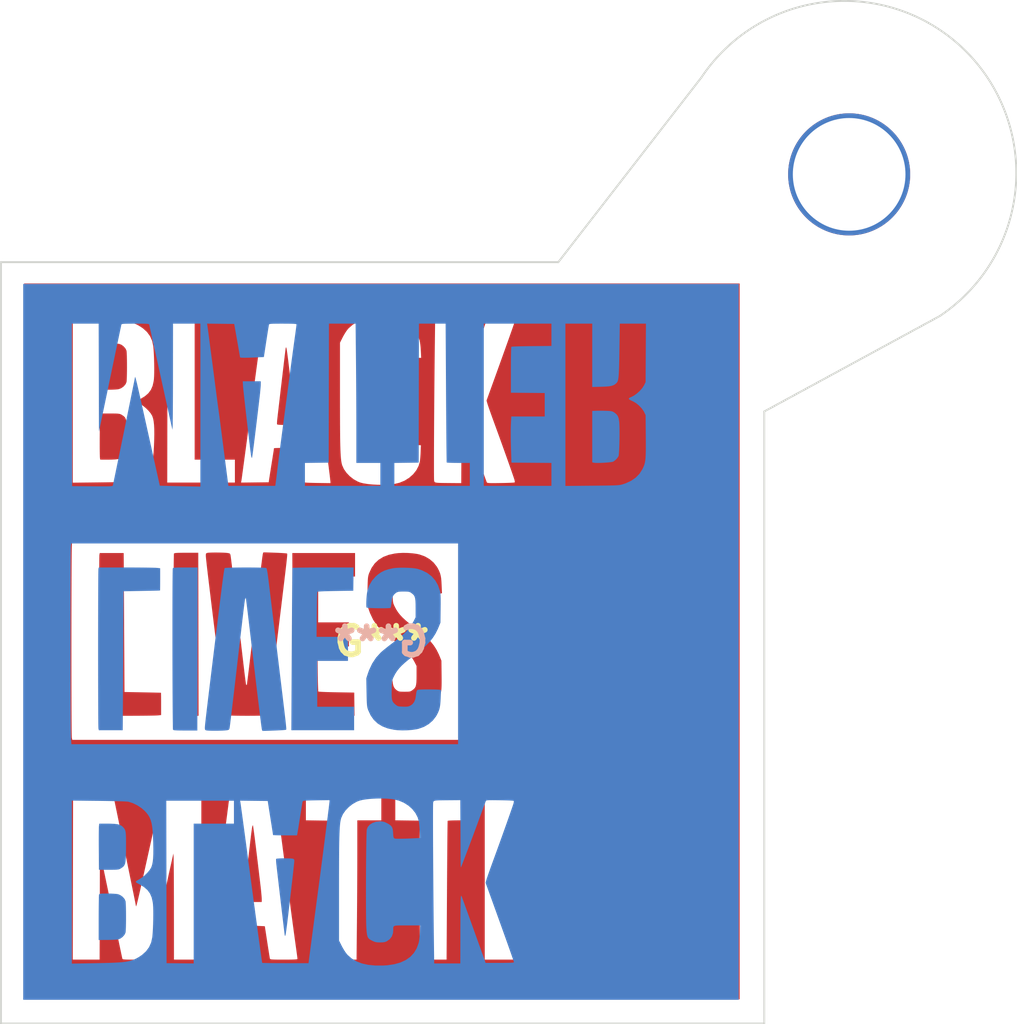
<source format=kicad_pcb>
(kicad_pcb (version 20200909) (generator pcbnew)

  (general
    (thickness 1.6)
  )

  (paper "A4")
  (layers
    (0 "F.Cu" signal)
    (31 "B.Cu" signal)
    (32 "B.Adhes" user)
    (33 "F.Adhes" user)
    (34 "B.Paste" user)
    (35 "F.Paste" user)
    (36 "B.SilkS" user)
    (37 "F.SilkS" user)
    (38 "B.Mask" user)
    (39 "F.Mask" user)
    (40 "Dwgs.User" user)
    (41 "Cmts.User" user)
    (42 "Eco1.User" user)
    (43 "Eco2.User" user)
    (44 "Edge.Cuts" user)
    (45 "Margin" user)
    (46 "B.CrtYd" user)
    (47 "F.CrtYd" user)
    (48 "B.Fab" user)
    (49 "F.Fab" user)
  )

  (setup
    (stackup
      (layer "F.SilkS" (type "Top Silk Screen"))
      (layer "F.Paste" (type "Top Solder Paste"))
      (layer "F.Mask" (type "Top Solder Mask") (color "Green") (thickness 0.01))
      (layer "F.Cu" (type "copper") (thickness 0.035))
      (layer "dielectric 1" (type "core") (thickness 1.51) (material "FR4") (epsilon_r 4.5) (loss_tangent 0.02))
      (layer "B.Cu" (type "copper") (thickness 0.035))
      (layer "B.Mask" (type "Bottom Solder Mask") (color "Green") (thickness 0.01))
      (layer "B.Paste" (type "Bottom Solder Paste"))
      (layer "B.SilkS" (type "Bottom Silk Screen"))
      (copper_finish "None")
      (dielectric_constraints no)
    )
    (pcbplotparams
      (layerselection 0x010fc_ffffffff)
      (usegerberextensions false)
      (usegerberattributes true)
      (usegerberadvancedattributes true)
      (creategerberjobfile true)
      (svguseinch false)
      (svgprecision 6)
      (excludeedgelayer true)
      (linewidth 0.100000)
      (plotframeref false)
      (viasonmask false)
      (mode 1)
      (useauxorigin false)
      (hpglpennumber 1)
      (hpglpenspeed 20)
      (hpglpendiameter 15.000000)
      (psnegative false)
      (psa4output false)
      (plotreference true)
      (plotvalue true)
      (plotinvisibletext false)
      (sketchpadsonfab false)
      (subtractmaskfromsilk false)
      (outputformat 1)
      (mirror false)
      (drillshape 0)
      (scaleselection 1)
      (outputdirectory "gerbers/no-mask-6mm/")
    )
  )


  (net 0 "")

  (module "art:blm-1-5-inch-f-cu" (layer "F.Cu") (tedit 0) (tstamp d0883450-8e26-4762-bc4a-3798f21c4800)
    (at 149.352 74.4728)
    (attr through_hole)
    (fp_text reference "G***" (at 0 0) (layer "F.SilkS")
      (effects (font (size 1.524 1.524) (thickness 0.3)))
      (tstamp 8b642281-845a-4a2b-bba5-3a3f019c6dfd)
    )
    (fp_text value "LOGO" (at 0.75 0) (layer "F.SilkS") hide
      (effects (font (size 1.524 1.524) (thickness 0.3)))
      (tstamp 0c5dc356-6581-483d-8590-b803f19cd95e)
    )
    (fp_poly (pts (xy -6.865826 9.820248)
      (xy -6.851526 9.903167)
      (xy -6.831569 10.038322)
      (xy -6.805857 10.226494)
      (xy -6.77429 10.468464)
      (xy -6.73677 10.765014)
      (xy -6.693197 11.116926)
      (xy -6.643473 11.524979)
      (xy -6.587498 11.989955)
      (xy -6.525174 12.512636)
      (xy -6.463036 13.037574)
      (xy -6.442622 13.219916)
      (xy -6.425116 13.394145)
      (xy -6.411762 13.546431)
      (xy -6.403805 13.662946)
      (xy -6.40211 13.715007)
      (xy -6.40211 13.876201)
      (xy -7.363243 13.876201)
      (xy -7.346542 13.61565)
      (xy -7.340312 13.543298)
      (xy -7.327769 13.418539)
      (xy -7.309684 13.248097)
      (xy -7.286831 13.038696)
      (xy -7.259981 12.797061)
      (xy -7.229908 12.529915)
      (xy -7.197384 12.243984)
      (xy -7.163182 11.945991)
      (xy -7.128075 11.64266)
      (xy -7.092835 11.340717)
      (xy -7.058235 11.046884)
      (xy -7.025048 10.767887)
      (xy -6.994046 10.510449)
      (xy -6.966001 10.281294)
      (xy -6.941688 10.087148)
      (xy -6.935728 10.040554)
      (xy -6.917833 9.923155)
      (xy -6.899137 9.836414)
      (xy -6.882336 9.791424)
      (xy -6.874568 9.788785)) (layer "F.Cu") (width 0) (tstamp 13f1f407-991c-4745-bb7d-5ca1ff14d2b8))
    (fp_poly (pts (xy 1.384816 -4.709039)
      (xy 1.64122 -4.689697)
      (xy 1.872871 -4.656989)
      (xy 1.997546 -4.629931)
      (xy 2.28445 -4.528352)
      (xy 2.539851 -4.381802)
      (xy 2.757798 -4.194812)
      (xy 2.932336 -3.97191)
      (xy 2.986794 -3.877296)
      (xy 3.051098 -3.746697)
      (xy 3.098574 -3.627389)
      (xy 3.132365 -3.505088)
      (xy 3.155616 -3.365511)
      (xy 3.17147 -3.194375)
      (xy 3.182637 -2.987368)
      (xy 3.201055 -2.565241)
      (xy 3.115445 -2.548154)
      (xy 3.058257 -2.542572)
      (xy 2.953108 -2.537754)
      (xy 2.811589 -2.534022)
      (xy 2.645294 -2.531697)
      (xy 2.499694 -2.531067)
      (xy 2.299003 -2.532055)
      (xy 2.150167 -2.535397)
      (xy 2.045513 -2.541659)
      (xy 1.977367 -2.551408)
      (xy 1.938057 -2.565211)
      (xy 1.927279 -2.57334)
      (xy 1.90249 -2.625385)
      (xy 1.8808 -2.720343)
      (xy 1.866885 -2.831763)
      (xy 1.832629 -3.041727)
      (xy 1.767539 -3.204347)
      (xy 1.668942 -3.324757)
      (xy 1.577464 -3.38726)
      (xy 1.505451 -3.421786)
      (xy 1.436814 -3.442039)
      (xy 1.353266 -3.45079)
      (xy 1.236516 -3.450814)
      (xy 1.171455 -3.448829)
      (xy 1.038939 -3.442698)
      (xy 0.949264 -3.432593)
      (xy 0.885719 -3.414176)
      (xy 0.831592 -3.383111)
      (xy 0.787485 -3.349196)
      (xy 0.709853 -3.282001)
      (xy 0.652485 -3.217256)
      (xy 0.61258 -3.144724)
      (xy 0.587337 -3.054165)
      (xy 0.573953 -2.935343)
      (xy 0.569628 -2.778018)
      (xy 0.571559 -2.571953)
      (xy 0.571758 -2.560844)
      (xy 0.575432 -2.378303)
      (xy 0.580047 -2.243246)
      (xy 0.587422 -2.143609)
      (xy 0.599373 -2.067329)
      (xy 0.617717 -2.002341)
      (xy 0.644273 -1.936582)
      (xy 0.676141 -1.86794)
      (xy 0.759326 -1.708141)
      (xy 0.854571 -1.558933)
      (xy 0.968046 -1.413919)
      (xy 1.10592 -1.266702)
      (xy 1.274363 -1.110885)
      (xy 1.479545 -0.94007)
      (xy 1.727636 -0.74786)
      (xy 1.831301 -0.670217)
      (xy 2.130375 -0.437511)
      (xy 2.380648 -0.218514)
      (xy 2.588824 -0.005359)
      (xy 2.76161 0.209824)
      (xy 2.905713 0.434902)
      (xy 3.027838 0.677743)
      (xy 3.075067 0.789097)
      (xy 3.171278 1.027315)
      (xy 3.180161 1.780295)
      (xy 3.182373 2.030104)
      (xy 3.18222 2.228785)
      (xy 3.179366 2.384729)
      (xy 3.173472 2.506328)
      (xy 3.164201 2.601974)
      (xy 3.151216 2.680058)
      (xy 3.14244 2.718278)
      (xy 3.04017 3.014991)
      (xy 2.892762 3.272906)
      (xy 2.700488 3.491756)
      (xy 2.463622 3.671273)
      (xy 2.182437 3.811188)
      (xy 1.95041 3.887876)
      (xy 1.823502 3.912238)
      (xy 1.652763 3.930895)
      (xy 1.453678 3.943488)
      (xy 1.241729 3.949658)
      (xy 1.0324 3.949049)
      (xy 0.841175 3.9413)
      (xy 0.683537 3.926054)
      (xy 0.636048 3.918294)
      (xy 0.388273 3.862267)
      (xy 0.183966 3.793743)
      (xy 0.007242 3.705145)
      (xy -0.157782 3.588892)
      (xy -0.282142 3.4802)
      (xy -0.473483 3.262465)
      (xy -0.619778 3.013103)
      (xy -0.715381 2.742988)
      (xy -0.744165 2.590621)
      (xy -0.760555 2.441677)
      (xy -0.772502 2.285564)
      (xy -0.779679 2.134623)
      (xy -0.781761 2.001192)
      (xy -0.778424 1.897609)
      (xy -0.769342 1.836215)
      (xy -0.764298 1.826495)
      (xy -0.726383 1.816961)
      (xy -0.639967 1.808615)
      (xy -0.516009 1.801603)
      (xy -0.365467 1.796072)
      (xy -0.199302 1.792165)
      (xy -0.028473 1.790029)
      (xy 0.136061 1.78981)
      (xy 0.28334 1.791653)
      (xy 0.402405 1.795703)
      (xy 0.482297 1.802107)
      (xy 0.511263 1.809552)
      (xy 0.527233 1.851068)
      (xy 0.544229 1.936056)
      (xy 0.559277 2.048568)
      (xy 0.563224 2.088096)
      (xy 0.588106 2.270431)
      (xy 0.628157 2.406573)
      (xy 0.689063 2.50912)
      (xy 0.776511 2.590673)
      (xy 0.796333 2.604656)
      (xy 0.853005 2.639467)
      (xy 0.909409 2.661574)
      (xy 0.981014 2.673804)
      (xy 1.083293 2.678983)
      (xy 1.208423 2.679953)
      (xy 1.347579 2.678889)
      (xy 1.442727 2.67358)
      (xy 1.509403 2.660846)
      (xy 1.563146 2.63751)
      (xy 1.619491 2.600395)
      (xy 1.628246 2.594082)
      (xy 1.701862 2.535506)
      (xy 1.756929 2.474776)
      (xy 1.796079 2.40234)
      (xy 1.821946 2.308648)
      (xy 1.837164 2.184149)
      (xy 1.844368 2.019291)
      (xy 1.84619 1.804524)
      (xy 1.84619 1.308712)
      (xy 1.74438 1.108459)
      (xy 1.644728 0.931657)
      (xy 1.528146 0.764003)
      (xy 1.388126 0.598733)
      (xy 1.218158 0.429085)
      (xy 1.011732 0.248293)
      (xy 0.762339 0.049596)
      (xy 0.625322 -0.054226)
      (xy 0.466795 -0.174635)
      (xy 0.31162 -0.295828)
      (xy 0.171359 -0.408534)
      (xy 0.057574 -0.50348)
      (xy -0.010936 -0.564469)
      (xy -0.259226 -0.837896)
      (xy -0.466031 -1.15063)
      (xy -0.633152 -1.505623)
      (xy -0.70152 -1.69719)
      (xy -0.781707 -1.944893)
      (xy -0.767147 -2.692083)
      (xy -0.762312 -2.924936)
      (xy -0.757431 -3.107107)
      (xy -0.751672 -3.247466)
      (xy -0.744206 -3.35488)
      (xy -0.734201 -3.438217)
      (xy -0.720827 -3.506347)
      (xy -0.703253 -3.568136)
      (xy -0.680648 -3.632454)
      (xy -0.678533 -3.638147)
      (xy -0.548182 -3.917737)
      (xy -0.38086 -4.153447)
      (xy -0.174893 -4.34642)
      (xy 0.071392 -4.497798)
      (xy 0.359669 -4.608724)
      (xy 0.691611 -4.680339)
      (xy 0.88034 -4.702276)
      (xy 1.124306 -4.713678)) (layer "F.Cu") (width 0) (tstamp 20cb6bbb-66f3-4fa2-9cf8-6192ac091bef))
    (fp_poly (pts (xy -5.693975 -4.722135)
      (xy -5.507806 -4.71473)
      (xy -5.34193 -4.706214)
      (xy -5.205542 -4.697214)
      (xy -5.107837 -4.688362)
      (xy -5.058009 -4.680285)
      (xy -5.053974 -4.678336)
      (xy -5.049711 -4.673355)
      (xy -5.046302 -4.665388)
      (xy -5.044084 -4.651439)
      (xy -5.043398 -4.628507)
      (xy -5.044583 -4.593596)
      (xy -5.047978 -4.543707)
      (xy -5.053922 -4.475842)
      (xy -5.062753 -4.387002)
      (xy -5.074812 -4.274189)
      (xy -5.090438 -4.134405)
      (xy -5.109969 -3.964652)
      (xy -5.133744 -3.761931)
      (xy -5.162104 -3.523244)
      (xy -5.195386 -3.245593)
      (xy -5.233931 -2.925979)
      (xy -5.278077 -2.561405)
      (xy -5.328163 -2.148872)
      (xy -5.384529 -1.685382)
      (xy -5.447513 -1.167936)
      (xy -5.497268 -0.75932)
      (xy -5.552439 -0.306242)
      (xy -5.606897 0.140978)
      (xy -5.660053 0.577501)
      (xy -5.711316 0.998485)
      (xy -5.760097 1.39909)
      (xy -5.805807 1.774473)
      (xy -5.847857 2.119795)
      (xy -5.885656 2.430214)
      (xy -5.918616 2.70089)
      (xy -5.946147 2.926981)
      (xy -5.967659 3.103647)
      (xy -5.982563 3.226047)
      (xy -5.982588 3.226251)
      (xy -6.01382 3.47221)
      (xy -6.040921 3.662159)
      (xy -6.064484 3.799456)
      (xy -6.085099 3.887458)
      (xy -6.10336 3.929523)
      (xy -6.107213 3.933005)
      (xy -6.147612 3.94033)
      (xy -6.238414 3.94649)
      (xy -6.37152 3.951498)
      (xy -6.538829 3.955366)
      (xy -6.73224 3.958106)
      (xy -6.943654 3.95973)
      (xy -7.16497 3.960251)
      (xy -7.388086 3.959681)
      (xy -7.604904 3.958032)
      (xy -7.807321 3.955316)
      (xy -7.987239 3.951547)
      (xy -8.136556 3.946735)
      (xy -8.247172 3.940893)
      (xy -8.310986 3.934034)
      (xy -8.32333 3.929648)
      (xy -8.330228 3.913277)
      (xy -8.338324 3.882938)
      (xy -8.348023 3.835565)
      (xy -8.359729 3.76809)
      (xy -8.373846 3.677446)
      (xy -8.390779 3.560566)
      (xy -8.410933 3.414384)
      (xy -8.434712 3.235832)
      (xy -8.46252 3.021843)
      (xy -8.494763 2.769349)
      (xy -8.531843 2.475285)
      (xy -8.574166 2.136583)
      (xy -8.622137 1.750176)
      (xy -8.676159 1.312996)
      (xy -8.736638 0.821977)
      (xy -8.784605 0.43177)
      (xy -8.862993 -0.206523)
      (xy -8.934382 -0.788338)
      (xy -8.999084 -1.316301)
      (xy -9.057412 -1.793038)
      (xy -9.109677 -2.221174)
      (xy -9.156193 -2.603336)
      (xy -9.197271 -2.942149)
      (xy -9.233223 -3.24024)
      (xy -9.264362 -3.500234)
      (xy -9.291 -3.724758)
      (xy -9.313448 -3.916436)
      (xy -9.33202 -4.077896)
      (xy -9.347027 -4.211763)
      (xy -9.358782 -4.320663)
      (xy -9.367597 -4.407222)
      (xy -9.373784 -4.474066)
      (xy -9.377655 -4.523821)
      (xy -9.379522 -4.559112)
      (xy -9.379811 -4.574531)
      (xy -9.3757 -4.653753)
      (xy -9.354726 -4.69316)
      (xy -9.303994 -4.712359)
      (xy -9.286782 -4.715973)
      (xy -9.214082 -4.723691)
      (xy -9.09604 -4.728774)
      (xy -8.946806 -4.73131)
      (xy -8.78053 -4.731383)
      (xy -8.611361 -4.729077)
      (xy -8.45345 -4.724479)
      (xy -8.320947 -4.717673)
      (xy -8.23445 -4.709642)
      (xy -8.145578 -4.694653)
      (xy -8.098083 -4.671856)
      (xy -8.074014 -4.628266)
      (xy -8.063117 -4.585698)
      (xy -8.056093 -4.54047)
      (xy -8.042797 -4.440706)
      (xy -8.023787 -4.291034)
      (xy -7.999623 -4.096079)
      (xy -7.970866 -3.860467)
      (xy -7.938075 -3.588825)
      (xy -7.90181 -3.285778)
      (xy -7.862631 -2.955953)
      (xy -7.821098 -2.603975)
      (xy -7.777771 -2.234471)
      (xy -7.75678 -2.054631)
      (xy -7.687809 -1.462852)
      (xy -7.625394 -0.927392)
      (xy -7.56919 -0.445419)
      (xy -7.518849 -0.014099)
      (xy -7.474026 0.369401)
      (xy -7.434374 0.707915)
      (xy -7.399548 1.004277)
      (xy -7.3692 1.261319)
      (xy -7.342986 1.481875)
      (xy -7.320558 1.668778)
      (xy -7.301571 1.824862)
      (xy -7.285678 1.952961)
      (xy -7.272533 2.055906)
      (xy -7.261791 2.136533)
      (xy -7.253104 2.197674)
      (xy -7.246126 2.242163)
      (xy -7.240512 2.272833)
      (xy -7.235915 2.292518)
      (xy -7.231989 2.30405)
      (xy -7.228388 2.310264)
      (xy -7.224765 2.313993)
      (xy -7.222782 2.315865)
      (xy -7.194708 2.320924)
      (xy -7.193868 2.320144)
      (xy -7.188881 2.289549)
      (xy -7.177434 2.203488)
      (xy -7.159971 2.065648)
      (xy -7.136939 1.879716)
      (xy -7.108779 1.649381)
      (xy -7.075938 1.378328)
      (xy -7.03886 1.070245)
      (xy -6.997988 0.728819)
      (xy -6.953768 0.357738)
      (xy -6.906644 -0.039312)
      (xy -6.857059 -0.458644)
      (xy -6.805459 -0.896569)
      (xy -6.777295 -1.136231)
      (xy -6.724526 -1.584143)
      (xy -6.673241 -2.016461)
      (xy -6.623906 -2.429399)
      (xy -6.576991 -2.819169)
      (xy -6.532963 -3.181985)
      (xy -6.492288 -3.51406)
      (xy -6.455435 -3.811607)
      (xy -6.422872 -4.070841)
      (xy -6.395066 -4.287973)
      (xy -6.372484 -4.459217)
      (xy -6.355595 -4.580787)
      (xy -6.344865 -4.648895)
      (xy -6.341938 -4.661765)
      (xy -6.310927 -4.743332)) (layer "F.Cu") (width 0) (tstamp 28ae0f95-7b0a-4dce-9452-ec6bcb9534c4))
    (fp_poly (pts (xy 19.057444 19.057444)
      (xy -19.057444 19.057444)
      (xy -19.057444 16.944324)
      (xy -9.263625 16.944324)
      (xy -8.540078 16.936347)
      (xy -7.81653 16.92837)
      (xy -7.66168 16.049941)
      (xy -7.62271 15.828422)
      (xy -7.587238 15.625927)
      (xy -7.556551 15.449874)
      (xy -7.531938 15.307679)
      (xy -7.514684 15.20676)
      (xy -7.506078 15.154534)
      (xy -7.50535 15.149179)
      (xy -7.474909 15.136797)
      (xy -7.386438 15.12973)
      (xy -7.241226 15.127982)
      (xy -7.040559 15.131556)
      (xy -6.785727 15.140459)
      (xy -6.654511 15.146169)
      (xy -6.236923 15.165274)
      (xy -6.108382 16.002156)
      (xy -6.074633 16.220505)
      (xy -6.043197 16.421286)
      (xy -6.015359 16.596479)
      (xy -5.992409 16.738066)
      (xy -5.975634 16.83803)
      (xy -5.966321 16.888351)
      (xy -5.96564 16.891149)
      (xy -5.957111 16.907445)
      (xy -5.93685 16.919961)
      (xy -5.897843 16.929188)
      (xy -5.833075 16.935621)
      (xy -5.735532 16.93975)
      (xy -5.598198 16.94207)
      (xy -5.414059 16.943073)
      (xy -5.223902 16.943259)
      (xy -4.986907 16.9426)
      (xy -4.803832 16.940429)
      (xy -4.669053 16.936455)
      (xy -4.576949 16.930388)
      (xy -4.521897 16.921935)
      (xy -4.498274 16.910806)
      (xy -4.496366 16.905593)
      (xy -4.500374 16.866804)
      (xy -4.51165 16.77745)
      (xy -4.529069 16.645927)
      (xy -4.551506 16.480631)
      (xy -4.577836 16.289956)
      (xy -4.601067 16.12394)
      (xy -4.627035 15.937392)
      (xy -4.659366 15.701856)
      (xy -4.696702 15.427394)
      (xy -4.737688 15.124071)
      (xy -4.780967 14.80195)
      (xy -4.825181 14.471094)
      (xy -4.868974 14.141567)
      (xy -4.900115 13.905979)
      (xy -4.946763 13.552329)
      (xy -4.998073 13.163584)
      (xy -5.052084 12.75458)
      (xy -5.106835 12.340159)
      (xy -5.160367 11.935158)
      (xy -5.210718 11.554416)
      (xy -5.255928 11.212773)
      (xy -5.269944 11.106917)
      (xy -5.310034 10.802772)
      (xy -5.350685 10.491744)
      (xy -5.390566 10.184204)
      (xy -5.428345 9.890521)
      (xy -5.462689 9.621067)
      (xy -5.492267 9.386212)
      (xy -5.515747 9.196327)
      (xy -5.522373 9.141618)
      (xy -5.545975 8.946754)
      (xy -5.568143 8.766548)
      (xy -5.587581 8.611308)
      (xy -5.602995 8.491344)
      (xy -5.613089 8.416965)
      (xy -5.614959 8.404631)
      (xy -5.6306 8.307854)
      (xy -4.049707 8.307854)
      (xy -4.049707 9.527538)
      (xy -3.41694 9.535574)
      (xy -2.784174 9.543611)
      (xy -2.769052 16.943259)
      (xy -1.349752 16.943259)
      (xy -1.330001 15.000293)
      (xy -1.32621 14.594601)
      (xy -1.322657 14.150947)
      (xy -1.319413 13.682534)
      (xy -1.316547 13.202565)
      (xy -1.314131 12.724243)
      (xy -1.312234 12.26077)
      (xy -1.310928 11.82535)
      (xy -1.310282 11.431186)
      (xy -1.310225 11.293024)
      (xy -1.310199 9.528722)
      (xy -0.029777 9.528722)
      (xy -0.029777 8.307854)
      (xy 0.714654 8.307854)
      (xy 0.714654 9.527561)
      (xy 1.362309 9.535586)
      (xy 2.009965 9.543611)
      (xy 2.017525 13.243435)
      (xy 2.025086 16.943259)
      (xy 3.446189 16.943259)
      (xy 3.468213 13.258323)
      (xy 3.47109 12.794649)
      (xy 3.474072 12.347478)
      (xy 3.477123 11.920423)
      (xy 3.480211 11.517097)
      (xy 3.483298 11.141111)
      (xy 3.486353 10.796079)
      (xy 3.489338 10.485614)
      (xy 3.492221 10.213328)
      (xy 3.494966 9.982833)
      (xy 3.497538 9.797743)
      (xy 3.499904 9.66167)
      (xy 3.502028 9.578226)
      (xy 3.503733 9.551055)
      (xy 3.536246 9.544321)
      (xy 3.619232 9.538401)
      (xy 3.743611 9.533621)
      (xy 3.900303 9.530307)
      (xy 4.080228 9.528785)
      (xy 4.125907 9.528722)
      (xy 4.734584 9.528722)
      (xy 4.734584 8.307854)
      (xy 5.479015 8.307854)
      (xy 5.479015 16.943259)
      (xy 9.082063 16.943259)
      (xy 9.826495 16.943259)
      (xy 11.255803 16.943259)
      (xy 11.255803 13.572308)
      (xy 11.739683 13.583795)
      (xy 11.966784 13.59224)
      (xy 12.144062 13.607096)
      (xy 12.281115 13.630825)
      (xy 12.387545 13.665885)
      (xy 12.472949 13.714735)
      (xy 12.546928 13.779835)
      (xy 12.560301 13.794044)
      (xy 12.586691 13.828208)
      (xy 12.609237 13.872037)
      (xy 12.628332 13.930405)
      (xy 12.644366 14.008189)
      (xy 12.657732 14.110262)
      (xy 12.668822 14.241501)
      (xy 12.678027 14.406779)
      (xy 12.685741 14.610973)
      (xy 12.692353 14.858957)
      (xy 12.698257 15.155606)
      (xy 12.703844 15.505796)
      (xy 12.705146 15.595838)
      (xy 12.724335 16.943259)
      (xy 14.116913 16.943259)
      (xy 14.108222 15.387397)
      (xy 14.099531 13.831536)
      (xy 14.016326 13.6621)
      (xy 13.922567 13.51482)
      (xy 13.790109 13.364121)
      (xy 13.634497 13.223803)
      (xy 13.471277 13.107665)
      (xy 13.315995 13.029506)
      (xy 13.295545 13.022305)
      (xy 13.233397 12.990752)
      (xy 13.206258 12.955119)
      (xy 13.206213 12.95387)
      (xy 13.211643 12.927843)
      (xy 13.234977 12.902905)
      (xy 13.286779 12.872121)
      (xy 13.377613 12.828556)
      (xy 13.440734 12.799918)
      (xy 13.593987 12.709431)
      (xy 13.749929 12.58094)
      (xy 13.890378 12.432006)
      (xy 13.997154 12.280192)
      (xy 14.016509 12.24374)
      (xy 14.099531 12.074677)
      (xy 14.108953 10.961248)
      (xy 14.111228 10.632732)
      (xy 14.11157 10.357173)
      (xy 14.109316 10.127989)
      (xy 14.103805 9.938596)
      (xy 14.094376 9.78241)
      (xy 14.080367 9.652849)
      (xy 14.061117 9.543328)
      (xy 14.035965 9.447266)
      (xy 14.004249 9.358077)
      (xy 13.965307 9.26918)
      (xy 13.932122 9.201053)
      (xy 13.776616 8.955612)
      (xy 13.574226 8.746716)
      (xy 13.3253 8.574636)
      (xy 13.030185 8.439641)
      (xy 12.89334 8.394304)
      (xy 12.839668 8.378876)
      (xy 12.787093 8.365958)
      (xy 12.729819 8.355271)
      (xy 12.662045 8.346537)
      (xy 12.577973 8.339476)
      (xy 12.471804 8.333811)
      (xy 12.337739 8.329262)
      (xy 12.16998 8.325551)
      (xy 11.962728 8.322399)
      (xy 11.710184 8.319529)
      (xy 11.40655 8.31666)
      (xy 11.248359 8.315267)
      (xy 9.826495 8.302883)
      (xy 9.826495 16.943259)
      (xy 9.082063 16.943259)
      (xy 9.082063 15.756253)
      (xy 8.027415 15.746766)
      (xy 7.782197 15.74389)
      (xy 7.555787 15.739945)
      (xy 7.355093 15.735151)
      (xy 7.187028 15.729728)
      (xy 7.0585 15.723896)
      (xy 6.976419 15.717873)
      (xy 6.947989 15.71249)
      (xy 6.942617 15.67825)
      (xy 6.937645 15.59088)
      (xy 6.933202 15.456802)
      (xy 6.929419 15.28244)
      (xy 6.926422 15.074216)
      (xy 6.924341 14.838553)
      (xy 6.923305 14.581875)
      (xy 6.923212 14.476734)
      (xy 6.923212 13.265768)
      (xy 8.724736 13.250006)
      (xy 8.724736 12.000234)
      (xy 6.944292 12.000234)
      (xy 6.922815 11.570618)
      (xy 6.917828 11.41777)
      (xy 6.91538 11.219733)
      (xy 6.915418 10.990814)
      (xy 6.917894 10.745323)
      (xy 6.922755 10.497568)
      (xy 6.927164 10.342306)
      (xy 6.952989 9.543611)
      (xy 8.017526 9.53579)
      (xy 9.082063 9.52797)
      (xy 9.082063 8.307854)
      (xy 5.479015 8.307854)
      (xy 4.734584 8.307854)
      (xy 0.714654 8.307854)
      (xy -0.029777 8.307854)
      (xy -4.049707 8.307854)
      (xy -5.6306 8.307854)
      (xy -8.125542 8.307854)
      (xy -8.143145 8.434408)
      (xy -8.150233 8.487525)
      (xy -8.16415 8.593774)
      (xy -8.184126 8.74722)
      (xy -8.209392 8.941928)
      (xy -8.239179 9.171961)
      (xy -8.272719 9.431385)
      (xy -8.309242 9.714264)
      (xy -8.34798 10.014662)
      (xy -8.367856 10.168933)
      (xy -8.418675 10.563368)
      (xy -8.462567 10.903731)
      (xy -8.500189 11.19502)
      (xy -8.532198 11.442234)
      (xy -8.559249 11.650369)
      (xy -8.581998 11.824425)
      (xy -8.601103 11.969399)
      (xy -8.617218 12.090289)
      (xy -8.631 12.192093)
      (xy -8.643106 12.27981)
      (xy -8.654192 12.358436)
      (xy -8.664913 12.432971)
      (xy -8.666936 12.446893)
      (xy -8.677105 12.520086)
      (xy -8.69384 12.64449)
      (xy -8.716107 12.812251)
      (xy -8.742871 13.015512)
      (xy -8.7731 13.246418)
      (xy -8.805758 13.497112)
      (xy -8.839812 13.759739)
      (xy -8.843321 13.78687)
      (xy -8.877626 14.051821)
      (xy -8.910754 14.306977)
      (xy -8.941646 14.544235)
      (xy -8.969243 14.755492)
      (xy -8.992487 14.932646)
      (xy -9.010318 15.067593)
      (xy -9.021679 15.152231)
      (xy -9.022282 15.156623)
      (xy -9.035239 15.252505)
      (xy -9.054221 15.395263)
      (xy -9.077623 15.572709)
      (xy -9.103839 15.772655)
      (xy -9.131265 15.982914)
      (xy -9.141909 16.06483)
      (xy -9.168179 16.265982)
      (xy -9.192826 16.452405)
      (xy -9.214526 16.614261)
      (xy -9.231953 16.741708)
      (xy -9.243783 16.824906)
      (xy -9.247216 16.847016)
      (xy -9.263625 16.944324)
      (xy -19.057444 16.944324)
      (xy -19.057444 16.943259)
      (xy -16.467023 16.943259)
      (xy -15.037811 16.943259)
      (xy -15.030219 14.065981)
      (xy -15.022626 11.188704)
      (xy -14.432192 14.013871)
      (xy -14.348199 14.415591)
      (xy -14.267477 14.80132)
      (xy -14.19088 15.166996)
      (xy -14.119263 15.508557)
      (xy -14.053479 15.82194)
      (xy -13.994383 16.103085)
      (xy -13.942828 16.347928)
      (xy -13.899669 16.552407)
      (xy -13.86576 16.712461)
      (xy -13.841955 16.824028)
      (xy -13.829108 16.883045)
      (xy -13.827196 16.891149)
      (xy -13.818535 16.907466)
      (xy -13.798136 16.919992)
      (xy -13.758973 16.929223)
      (xy -13.694017 16.935652)
      (xy -13.59624 16.939774)
      (xy -13.458614 16.942085)
      (xy -13.274111 16.943079)
      (xy -13.087105 16.943259)
      (xy -12.859793 16.942962)
      (xy -12.684994 16.941743)
      (xy -12.555669 16.939105)
      (xy -12.464778 16.934555)
      (xy -12.405281 16.927596)
      (xy -12.370138 16.917736)
      (xy -12.35231 16.904478)
      (xy -12.345801 16.891149)
      (xy -12.337256 16.855088)
      (xy -12.316868 16.764981)
      (xy -12.285551 16.624956)
      (xy -12.244217 16.439137)
      (xy -12.193779 16.211653)
      (xy -12.135149 15.94663)
      (xy -12.06924 15.648194)
      (xy -11.996965 15.320472)
      (xy -11.919237 14.967591)
      (xy -11.836969 14.593678)
      (xy -11.751072 14.202859)
      (xy -11.731647 14.11442)
      (xy -11.644838 13.719427)
      (xy -11.561275 13.339738)
      (xy -11.481889 12.979552)
      (xy -11.407611 12.643071)
      (xy -11.339372 12.334497)
      (xy -11.278104 12.058031)
      (xy -11.224737 11.817873)
      (xy -11.180204 11.618227)
      (xy -11.145436 11.463292)
      (xy -11.121363 11.35727)
      (xy -11.108917 11.304363)
      (xy -11.107889 11.300469)
      (xy -11.104074 11.316021)
      (xy -11.100409 11.387696)
      (xy -11.096929 11.512063)
      (xy -11.093669 11.685691)
      (xy -11.090664 11.905149)
      (xy -11.087947 12.167005)
      (xy -11.085555 12.467829)
      (xy -11.08352 12.804189)
      (xy -11.081879 13.172654)
      (xy -11.080666 13.569793)
      (xy -11.079915 13.992175)
      (xy -11.079825 14.077198)
      (xy -11.07714 16.943259)
      (xy -9.618054 16.943259)
      (xy -9.618054 8.268883)
      (xy -10.696858 8.290228)
      (xy -10.943827 8.295261)
      (xy -11.171105 8.300176)
      (xy -11.372039 8.304805)
      (xy -11.539978 8.308985)
      (xy -11.66827 8.312549)
      (xy -11.750265 8.315333)
      (xy -11.779306 8.317158)
      (xy -11.786125 8.346375)
      (xy -11.804952 8.429789)
      (xy -11.834907 8.563456)
      (xy -11.875111 8.74343)
      (xy -11.924688 8.965765)
      (xy -11.982757 9.226516)
      (xy -12.048441 9.521736)
      (xy -12.12086 9.84748)
      (xy -12.199138 10.199803)
      (xy -12.282394 10.574758)
      (xy -12.369751 10.968401)
      (xy -12.413688 11.166471)
      (xy -12.523654 11.661861)
      (xy -12.621551 12.10193)
      (xy -12.708047 12.489536)
      (xy -12.783811 12.827535)
      (xy -12.849513 13.118783)
      (xy -12.905821 13.366137)
      (xy -12.953405 13.572452)
      (xy -12.992934 13.740585)
      (xy -13.025076 13.873393)
      (xy -13.0505 13.973731)
      (xy -13.069876 14.044457)
      (xy -13.083872 14.088426)
      (xy -13.093157 14.108495)
      (xy -13.098402 14.10752)
      (xy -13.099978 14.096667)
      (xy -13.106166 14.062713)
      (xy -13.123378 13.975277)
      (xy -13.150621 13.839203)
      (xy -13.186902 13.659341)
      (xy -13.231228 13.440535)
      (xy -13.282606 13.187632)
      (xy -13.340043 12.90548)
      (xy -13.402546 12.598925)
      (xy -13.469123 12.272813)
      (xy -13.538779 11.931991)
      (xy -13.610524 11.581306)
      (xy -13.683362 11.225604)
      (xy -13.756302 10.869732)
      (xy -13.828351 10.518536)
      (xy -13.898515 10.176864)
      (xy -13.965803 9.849562)
      (xy -14.029219 9.541476)
      (xy -14.087773 9.257453)
      (xy -14.140471 9.002339)
      (xy -14.18632 8.780982)
      (xy -14.224327 8.598228)
      (xy -14.253499 8.458924)
      (xy -14.272843 8.367915)
      (xy -14.281366 8.33005)
      (xy -14.281435 8.329818)
      (xy -14.288786 8.31609)
      (xy -14.305502 8.305063)
      (xy -14.337343 8.296502)
      (xy -14.390074 8.290172)
      (xy -14.469458 8.285836)
      (xy -14.581256 8.283259)
      (xy -14.731234 8.282206)
      (xy -14.925153 8.282442)
      (xy -15.168776 8.283731)
      (xy -15.374633 8.285152)
      (xy -16.451935 8.292966)
      (xy -16.459479 12.618112)
      (xy -16.467023 16.943259)
      (xy -19.057444 16.943259)
      (xy -19.057444 0.386551)
      (xy -16.540767 0.386551)
      (xy -16.540632 0.865302)
      (xy -16.540295 1.337276)
      (xy -16.539757 1.798681)
      (xy -16.539015 2.245723)
      (xy -16.53807 2.674607)
      (xy -16.536922 3.08154)
      (xy -16.535569 3.462728)
      (xy -16.53401 3.814379)
      (xy -16.532247 4.132697)
      (xy -16.530276 4.413889)
      (xy -16.528099 4.654162)
      (xy -16.525715 4.849722)
      (xy -16.523122 4.996775)
      (xy -16.520321 5.091528)
      (xy -16.517584 5.129132)
      (xy -16.493902 5.240797)
      (xy 4.109261 5.240797)
      (xy 4.109261 -5.449238)
      (xy -16.490725 -5.449238)
      (xy -16.515996 -5.099355)
      (xy -16.519006 -5.02813)
      (xy -16.521823 -4.902981)
      (xy -16.524448 -4.727703)
      (xy -16.52688 -4.50609)
      (xy -16.529118 -4.241934)
      (xy -16.531161 -3.93903)
      (xy -16.533009 -3.601172)
      (xy -16.534661 -3.232152)
      (xy -16.536118 -2.835766)
      (xy -16.537377 -2.415806)
      (xy -16.538439 -1.976066)
      (xy -16.539303 -1.52034)
      (xy -16.539968 -1.052422)
      (xy -16.540435 -0.576104)
      (xy -16.540701 -0.095183)
      (xy -16.540767 0.386551)
      (xy -19.057444 0.386551)
      (xy -19.057444 -8.451023)
      (xy -16.466823 -8.451023)
      (xy -16.007083 -8.455698)
      (xy -7.505265 -8.455698)
      (xy -6.767846 -8.463664)
      (xy -6.030426 -8.47163)
      (xy -6.005929 -8.635405)
      (xy -5.994364 -8.710782)
      (xy -5.975031 -8.834579)
      (xy -5.949569 -8.99641)
      (xy -5.919613 -9.185885)
      (xy -5.886802 -9.39262)
      (xy -5.864221 -9.534455)
      (xy -5.83211 -9.736531)
      (xy -5.803357 -9.918696)
      (xy -5.779225 -10.072842)
      (xy -5.760981 -10.190858)
      (xy -5.749887 -10.264634)
      (xy -5.747011 -10.286331)
      (xy -5.71867 -10.291215)
      (xy -5.639388 -10.29553)
      (xy -5.51778 -10.299052)
      (xy -5.362459 -10.301558)
      (xy -5.182039 -10.302823)
      (xy -5.109166 -10.302931)
      (xy -4.471321 -10.302931)
      (xy -4.454014 -10.221044)
      (xy -4.444775 -10.169936)
      (xy -4.427815 -10.068892)
      (xy -4.404582 -9.92682)
      (xy -4.376521 -9.752629)
      (xy -4.345081 -9.555227)
      (xy -4.317407 -9.379836)
      (xy -4.284285 -9.170007)
      (xy -4.253379 -8.97606)
      (xy -4.226129 -8.806887)
      (xy -4.203974 -8.671377)
      (xy -4.188354 -8.578419)
      (xy -4.181372 -8.539891)
      (xy -4.169241 -8.49794)
      (xy -4.145293 -8.472926)
      (xy -4.09567 -8.459388)
      (xy -4.006513 -8.451862)
      (xy -3.950842 -8.449031)
      (xy -3.845771 -8.445119)
      (xy -3.697317 -8.441092)
      (xy -3.52165 -8.437318)
      (xy -3.334941 -8.434162)
      (xy -3.238277 -8.43288)
      (xy -2.739508 -8.426964)
      (xy -2.739508 -8.496625)
      (xy -2.743247 -8.536177)
      (xy -2.754007 -8.629424)
      (xy -2.771104 -8.77101)
      (xy -2.793852 -8.955577)
      (xy -2.821566 -9.177766)
      (xy -2.85356 -9.432221)
      (xy -2.889151 -9.713584)
      (xy -2.927652 -10.016497)
      (xy -2.968378 -10.335602)
      (xy -3.010645 -10.665541)
      (xy -3.053768 -11.000958)
      (xy -3.09706 -11.336493)
      (xy -3.139838 -11.66679)
      (xy -3.181415 -11.986491)
      (xy -3.221107 -12.290238)
      (xy -3.258229 -12.572673)
      (xy -3.292095 -12.82844)
      (xy -3.322021 -13.052179)
      (xy -3.322714 -13.057327)
      (xy -3.341058 -13.194165)
      (xy -3.366166 -13.382421)
      (xy -3.397026 -13.614467)
      (xy -3.432627 -13.882676)
      (xy -3.471958 -14.17942)
      (xy -3.514008 -14.497072)
      (xy -3.557766 -14.828006)
      (xy -3.602219 -15.164592)
      (xy -3.628671 -15.365065)
      (xy -3.699507 -15.902137)
      (xy -2.233294 -15.902137)
      (xy -2.233222 -13.124867)
      (xy -2.232965 -12.589906)
      (xy -2.232149 -12.111001)
      (xy -2.230667 -11.684656)
      (xy -2.228409 -11.307376)
      (xy -2.225266 -10.975663)
      (xy -2.22113 -10.686021)
      (xy -2.215893 -10.434955)
      (xy -2.209444 -10.218967)
      (xy -2.201676 -10.034562)
      (xy -2.19248 -9.878243)
      (xy -2.181746 -9.746513)
      (xy -2.169366 -9.635878)
      (xy -2.155232 -9.542839)
      (xy -2.139234 -9.463902)
      (xy -2.121263 -9.39557)
      (xy -2.116717 -9.380591)
      (xy -2.026086 -9.177439)
      (xy -1.887064 -8.978569)
      (xy -1.710504 -8.794352)
      (xy -1.507257 -8.635156)
      (xy -1.288176 -8.511352)
      (xy -1.150588 -8.457378)
      (xy -0.972324 -8.413108)
      (xy -0.748694 -8.378467)
      (xy -0.493195 -8.354034)
      (xy -0.219323 -8.340387)
      (xy 0.059425 -8.338103)
      (xy 0.329552 -8.347761)
      (xy 0.577563 -8.369937)
      (xy 0.652781 -8.380181)
      (xy 0.943471 -8.449101)
      (xy 1.213347 -8.562381)
      (xy 1.456011 -8.714472)
      (xy 1.665065 -8.899824)
      (xy 1.834112 -9.112887)
      (xy 1.956754 -9.348111)
      (xy 1.99332 -9.473004)
      (xy 2.773509 -9.473004)
      (xy 2.773641 -9.205754)
      (xy 2.774279 -8.979525)
      (xy 2.775445 -8.798339)
      (xy 2.777159 -8.666216)
      (xy 2.779442 -8.587177)
      (xy 2.781119 -8.56677)
      (xy 2.788788 -8.528445)
      (xy 2.800228 -8.498545)
      (xy 2.822238 -8.475962)
      (xy 2.861619 -8.45959)
      (xy 2.925168 -8.448321)
      (xy 3.019685 -8.441049)
      (xy 3.151969 -8.436666)
      (xy 3.328819 -8.434065)
      (xy 3.557034 -8.432139)
      (xy 3.610492 -8.431729)
      (xy 4.22837 -8.426964)
      (xy 4.235815 -9.804162)
      (xy 4.237362 -10.103412)
      (xy 4.238764 -10.399597)
      (xy 4.239987 -10.684193)
      (xy 4.241002 -10.948676)
      (xy 4.241776 -11.184522)
      (xy 4.242278 -11.383207)
      (xy 4.242478 -11.536206)
      (xy 4.242434 -11.605022)
      (xy 4.243479 -11.753929)
      (xy 4.246911 -11.876881)
      (xy 4.252248 -11.964019)
      (xy 4.259009 -12.005485)
      (xy 4.262063 -12.007015)
      (xy 4.276533 -11.975218)
      (xy 4.309561 -11.89302)
      (xy 4.359088 -11.765892)
      (xy 4.423056 -11.599305)
      (xy 4.499406 -11.398731)
      (xy 4.58608 -11.169642)
      (xy 4.681019 -10.917507)
      (xy 4.782164 -10.6478)
      (xy 4.887458 -10.36599)
      (xy 4.994842 -10.077549)
      (xy 5.102256 -9.787948)
      (xy 5.207644 -9.50266)
      (xy 5.308945 -9.227154)
      (xy 5.345734 -9.126729)
      (xy 5.411629 -8.946821)
      (xy 5.471563 -8.783519)
      (xy 5.522172 -8.645954)
      (xy 5.560097 -8.54326)
      (xy 5.581975 -8.484568)
      (xy 5.584952 -8.47679)
      (xy 5.594919 -8.45981)
      (xy 5.614567 -8.446948)
      (xy 5.651046 -8.437775)
      (xy 5.711508 -8.431861)
      (xy 5.803104 -8.428777)
      (xy 5.932984 -8.428095)
      (xy 6.108299 -8.429384)
      (xy 6.329296 -8.432124)
      (xy 6.531228 -8.435705)
      (xy 6.713245 -8.440583)
      (xy 6.866924 -8.446398)
      (xy 6.983842 -8.452789)
      (xy 7.055577 -8.459395)
      (xy 7.074436 -8.463993)
      (xy 7.080065 -8.503524)
      (xy 7.068355 -8.57718)
      (xy 7.058852 -8.61288)
      (xy 7.034626 -8.688305)
      (xy 6.992324 -8.81325)
      (xy 6.934237 -8.981273)
      (xy 6.86266 -9.185932)
      (xy 6.779885 -9.420784)
      (xy 6.688205 -9.679388)
      (xy 6.589913 -9.9553)
      (xy 6.487302 -10.242079)
      (xy 6.382665 -10.533282)
      (xy 6.278296 -10.822466)
      (xy 6.176487 -11.103191)
      (xy 6.079531 -11.369013)
      (xy 6.022757 -11.523799)
      (xy 5.937653 -11.756471)
      (xy 5.857021 -11.979238)
      (xy 5.783772 -12.183885)
      (xy 5.720815 -12.362193)
      (xy 5.67106 -12.505947)
      (xy 5.637419 -12.606931)
      (xy 5.626319 -12.643078)
      (xy 5.574786 -12.824375)
      (xy 5.945132 -13.849057)
      (xy 6.12223 -14.339516)
      (xy 6.286944 -14.796606)
      (xy 6.438505 -15.218162)
      (xy 6.576143 -15.60202)
      (xy 6.699088 -15.946015)
      (xy 6.806571 -16.247982)
      (xy 6.897821 -16.505757)
      (xy 6.97207 -16.717175)
      (xy 7.028547 -16.880071)
      (xy 7.066482 -16.992281)
      (xy 7.085107 -17.05164)
      (xy 7.086987 -17.060379)
      (xy 7.06079 -17.071472)
      (xy 6.981239 -17.080126)
      (xy 6.84689 -17.086403)
      (xy 6.656303 -17.090362)
      (xy 6.408035 -17.092065)
      (xy 6.330401 -17.092146)
      (xy 5.573814 -17.092146)
      (xy 5.514468 -16.920926)
      (xy 5.48643 -16.841122)
      (xy 5.441982 -16.715992)
      (xy 5.38335 -16.551718)
      (xy 5.312762 -16.354482)
      (xy 5.232443 -16.130467)
      (xy 5.144621 -15.885856)
      (xy 5.051522 -15.626829)
      (xy 4.955373 -15.359571)
      (xy 4.858399 -15.090263)
      (xy 4.762829 -14.825088)
      (xy 4.670887 -14.570228)
      (xy 4.584802 -14.331865)
      (xy 4.506798 -14.116183)
      (xy 4.439104 -13.929362)
      (xy 4.383945 -13.777587)
      (xy 4.343548 -13.667038)
      (xy 4.32014 -13.603899)
      (xy 4.316039 -13.593318)
      (xy 4.279568 -13.503986)
      (xy 4.256937 -13.578429)
      (xy 4.252755 -13.621203)
      (xy 4.248722 -13.718005)
      (xy 4.244918 -13.863309)
      (xy 4.241419 -14.051588)
      (xy 4.238304 -14.277315)
      (xy 4.235652 -14.534964)
      (xy 4.233541 -14.819009)
      (xy 4.232049 -15.123923)
      (xy 4.231338 -15.387398)
      (xy 4.22837 -17.121923)
      (xy 2.836884 -17.121923)
      (xy 2.81807 -15.670282)
      (xy 2.813117 -15.27019)
      (xy 2.808356 -14.850809)
      (xy 2.803808 -14.416161)
      (xy 2.799495 -13.970265)
      (xy 2.795437 -13.517143)
      (xy 2.791656 -13.060814)
      (xy 2.788172 -12.6053)
      (xy 2.785006 -12.154622)
      (xy 2.782179 -11.7128)
      (xy 2.779712 -11.283854)
      (xy 2.777626 -10.871806)
      (xy 2.775942 -10.480677)
      (xy 2.77468 -10.114486)
      (xy 2.773862 -9.777255)
      (xy 2.773509 -9.473004)
      (xy 1.99332 -9.473004)
      (xy 2.020798 -9.566853)
      (xy 2.033903 -9.660165)
      (xy 2.046754 -9.793941)
      (xy 2.057742 -9.949109)
      (xy 2.064374 -10.082574)
      (xy 2.078382 -10.442873)
      (xy 1.674694 -10.462234)
      (xy 1.491089 -10.46989)
      (xy 1.296124 -10.476116)
      (xy 1.114035 -10.480239)
      (xy 0.978508 -10.481595)
      (xy 0.846239 -10.481948)
      (xy 0.757307 -10.476463)
      (xy 0.702444 -10.455321)
      (xy 0.672382 -10.408704)
      (xy 0.657853 -10.326793)
      (xy 0.649588 -10.19977)
      (xy 0.645661 -10.128989)
      (xy 0.629148 -9.978906)
      (xy 0.593157 -9.868768)
      (xy 0.527287 -9.782987)
      (xy 0.421134 -9.705974)
      (xy 0.329538 -9.655276)
      (xy 0.208662 -9.598544)
      (xy 0.106029 -9.568993)
      (xy -0.008368 -9.558894)
      (xy -0.046151 -9.5585)
      (xy -0.259642 -9.578857)
      (xy -0.444148 -9.637234)
      (xy -0.592906 -9.729586)
      (xy -0.699156 -9.851868)
      (xy -0.752072 -9.980797)
      (xy -0.758286 -10.036867)
      (xy -0.76415 -10.147028)
      (xy -0.769638 -10.305819)
      (xy -0.774726 -10.507776)
      (xy -0.779389 -10.747438)
      (xy -0.7836 -11.019342)
      (xy -0.787336 -11.318026)
      (xy -0.790571 -11.638028)
      (xy -0.793281 -11.973885)
      (xy -0.79544 -12.320135)
      (xy -0.797023 -12.671316)
      (xy -0.798005 -13.021966)
      (xy -0.798361 -13.366623)
      (xy -0.798067 -13.699823)
      (xy -0.797097 -14.016105)
      (xy -0.795425 -14.310007)
      (xy -0.793028 -14.576066)
      (xy -0.789879 -14.808819)
      (xy -0.785955 -15.002806)
      (xy -0.781229 -15.152563)
      (xy -0.7762 -15.245956)
      (xy -0.760213 -15.437587)
      (xy -0.742125 -15.580142)
      (xy -0.717062 -15.684032)
      (xy -0.680152 -15.759669)
      (xy -0.626525 -15.817468)
      (xy -0.551308 -15.86784)
      (xy -0.463521 -15.914225)
      (xy -0.361919 -15.960773)
      (xy -0.271912 -15.987489)
      (xy -0.168853 -15.999597)
      (xy -0.04797 -16.002318)
      (xy 0.095079 -15.998346)
      (xy 0.199032 -15.983449)
      (xy 0.283874 -15.954172)
      (xy 0.312661 -15.939936)
      (xy 0.472441 -15.827444)
      (xy 0.581718 -15.684313)
      (xy 0.641712 -15.508454)
      (xy 0.655099 -15.353568)
      (xy 0.654287 -15.274031)
      (xy 0.656425 -15.212822)
      (xy 0.668373 -15.167554)
      (xy 0.696993 -15.13584)
      (xy 0.749144 -15.115293)
      (xy 0.831689 -15.103526)
      (xy 0.951487 -15.098151)
      (xy 1.115399 -15.096783)
      (xy 1.330286 -15.097034)
      (xy 1.392324 -15.097069)
      (xy 2.0934 -15.097069)
      (xy 2.074878 -15.476729)
      (xy 2.063645 -15.641083)
      (xy 2.047043 -15.802367)
      (xy 2.027373 -15.941299)
      (xy 2.008378 -16.033432)
      (xy 1.904027 -16.317853)
      (xy 1.755427 -16.563586)
      (xy 1.56225 -16.770842)
      (xy 1.324163 -16.939828)
      (xy 1.040837 -17.070753)
      (xy 0.711941 -17.163828)
      (xy 0.337145 -17.219261)
      (xy 0.111294 -17.233781)
      (xy -0.308004 -17.232894)
      (xy -0.681752 -17.195991)
      (xy -1.012396 -17.122308)
      (xy -1.302386 -17.011084)
      (xy -1.554169 -16.861554)
      (xy -1.770194 -16.672958)
      (xy -1.803205 -16.637327)
      (xy -1.877185 -16.542427)
      (xy -1.962428 -16.413719)
      (xy -2.04581 -16.271727)
      (xy -2.087451 -16.192764)
      (xy -2.233294 -15.902137)
      (xy -3.699507 -15.902137)
      (xy -3.858425 -17.107034)
      (xy -5.083149 -17.107034)
      (xy -5.347514 -17.106617)
      (xy -5.593128 -17.105427)
      (xy -5.813656 -17.103553)
      (xy -6.00276 -17.101086)
      (xy -6.154104 -17.098116)
      (xy -6.261352 -17.094734)
      (xy -6.318168 -17.09103)
      (xy -6.325555 -17.089323)
      (xy -6.331485 -17.058256)
      (xy -6.344779 -16.971467)
      (xy -6.364984 -16.83227)
      (xy -6.391646 -16.643981)
      (xy -6.424311 -16.409916)
      (xy -6.462526 -16.133392)
      (xy -6.505837 -15.817723)
      (xy -6.55379 -15.466227)
      (xy -6.605932 -15.082218)
      (xy -6.661809 -14.669012)
      (xy -6.720967 -14.229925)
      (xy -6.782952 -13.768274)
      (xy -6.847312 -13.287373)
      (xy -6.908178 -12.831175)
      (xy -6.974392 -12.334539)
      (xy -7.038622 -11.853492)
      (xy -7.100415 -11.391402)
      (xy -7.159315 -10.951637)
      (xy -7.214869 -10.537565)
      (xy -7.266623 -10.152553)
      (xy -7.314123 -9.799968)
      (xy -7.356913 -9.483178)
      (xy -7.394541 -9.205551)
      (xy -7.426552 -8.970454)
      (xy -7.452492 -8.781254)
      (xy -7.471906 -8.641319)
      (xy -7.484341 -8.554017)
      (xy -7.489192 -8.523218)
      (xy -7.505265 -8.455698)
      (xy -16.007083 -8.455698)
      (xy -15.904514 -8.456741)
      (xy -11.434667 -8.456741)
      (xy -7.831419 -8.456741)
      (xy -7.831419 -9.677609)
      (xy -9.975381 -9.677609)
      (xy -9.975381 -17.122982)
      (xy -10.69748 -17.115008)
      (xy -11.419578 -17.107034)
      (xy -11.427122 -12.781888)
      (xy -11.434667 -8.456741)
      (xy -15.904514 -8.456741)
      (xy -15.030071 -8.465633)
      (xy -14.675897 -8.469921)
      (xy -14.358648 -8.475159)
      (xy -14.081981 -8.481235)
      (xy -13.849556 -8.48804)
      (xy -13.665033 -8.495464)
      (xy -13.532071 -8.503396)
      (xy -13.454329 -8.511727)
      (xy -13.44632 -8.513297)
      (xy -13.215126 -8.587709)
      (xy -12.978601 -8.70339)
      (xy -12.758095 -8.848364)
      (xy -12.592889 -8.992044)
      (xy -12.484516 -9.109783)
      (xy -12.395064 -9.227264)
      (xy -12.322548 -9.351838)
      (xy -12.264983 -9.490859)
      (xy -12.220385 -9.651677)
      (xy -12.186771 -9.841645)
      (xy -12.162156 -10.068114)
      (xy -12.144556 -10.338437)
      (xy -12.131987 -10.659965)
      (xy -12.130652 -10.704747)
      (xy -12.124447 -11.030999)
      (xy -12.126741 -11.304426)
      (xy -12.138062 -11.531222)
      (xy -12.15894 -11.71758)
      (xy -12.189905 -11.869695)
      (xy -12.231484 -11.99376)
      (xy -12.243033 -12.019902)
      (xy -12.320929 -12.146882)
      (xy -12.437382 -12.286584)
      (xy -12.57794 -12.424586)
      (xy -12.728152 -12.546466)
      (xy -12.848886 -12.624536)
      (xy -12.970829 -12.69312)
      (xy -13.042232 -12.740988)
      (xy -13.063518 -12.778244)
      (xy -13.035108 -12.814992)
      (xy -12.957424 -12.861334)
      (xy -12.860869 -12.911696)
      (xy -12.624319 -13.054839)
      (xy -12.441245 -13.213661)
      (xy -12.306029 -13.396449)
      (xy -12.213053 -13.611492)
      (xy -12.1567 -13.867076)
      (xy -12.144505 -13.968479)
      (xy -12.134717 -14.11858)
      (xy -12.129447 -14.314454)
      (xy -12.128415 -14.542512)
      (xy -12.131341 -14.789164)
      (xy -12.137946 -15.040822)
      (xy -12.147948 -15.283897)
      (xy -12.161068 -15.504801)
      (xy -12.177027 -15.689944)
      (xy -12.180641 -15.722392)
      (xy -12.240499 -16.001829)
      (xy -12.351691 -16.252112)
      (xy -12.514883 -16.474219)
      (xy -12.730744 -16.669127)
      (xy -12.908441 -16.786913)
      (xy -13.013878 -16.846565)
      (xy -13.115658 -16.897719)
      (xy -13.219355 -16.941128)
      (xy -13.330543 -16.977546)
      (xy -13.454796 -17.007728)
      (xy -13.597687 -17.032427)
      (xy -13.764791 -17.052399)
      (xy -13.961681 -17.068397)
      (xy -14.193933 -17.081176)
      (xy -14.467118 -17.091489)
      (xy -14.786813 -17.100091)
      (xy -15.15859 -17.107737)
      (xy -15.298066 -17.110256)
      (xy -16.466823 -17.130847)
      (xy -16.466823 -8.451023)
      (xy -19.057444 -8.451023)
      (xy -19.057444 -19.057444)
      (xy 19.057444 -19.057444)) (layer "F.Cu") (width 0) (tstamp 30f7bb35-e993-4a5d-8232-9deb58f77c54))
    (fp_poly (pts (xy -14.312032 -12.133805)
      (xy -14.171851 -12.131778)
      (xy -14.07074 -12.127029)
      (xy -13.99846 -12.118439)
      (xy -13.944768 -12.104887)
      (xy -13.899425 -12.085254)
      (xy -13.862047 -12.064278)
      (xy -13.78611 -12.016341)
      (xy -13.725315 -11.967227)
      (xy -13.677963 -11.909936)
      (xy -13.642356 -11.837466)
      (xy -13.616796 -11.742816)
      (xy -13.599584 -11.618985)
      (xy -13.589022 -11.458972)
      (xy -13.583412 -11.255775)
      (xy -13.581054 -11.002393)
      (xy -13.580695 -10.904442)
      (xy -13.580335 -10.653178)
      (xy -13.581713 -10.453697)
      (xy -13.586089 -10.29823)
      (xy -13.59472 -10.179007)
      (xy -13.608866 -10.088259)
      (xy -13.629785 -10.018217)
      (xy -13.658737 -9.96111)
      (xy -13.696981 -9.90917)
      (xy -13.745774 -9.854626)
      (xy -13.751845 -9.848128)
      (xy -13.825374 -9.786548)
      (xy -13.920495 -9.740559)
      (xy -14.045371 -9.708447)
      (xy -14.208168 -9.688499)
      (xy -14.417051 -9.679003)
      (xy -14.564659 -9.677609)
      (xy -15.004089 -9.677609)
      (xy -15.022111 -9.804162)
      (xy -15.026009 -9.8626)
      (xy -15.029143 -9.972994)
      (xy -15.031455 -10.127748)
      (xy -15.032887 -10.319267)
      (xy -15.033382 -10.539957)
      (xy -15.032882 -10.782223)
      (xy -15.03138 -11.032474)
      (xy -15.022626 -12.134232)
      (xy -14.501524 -12.134232)) (layer "F.Cu") (width 0) (tstamp 3854da8f-9fad-4d0f-b8a2-17abc5862532))
    (fp_poly (pts (xy -1.429309 -3.454162)
      (xy -3.394607 -3.454162)
      (xy -3.394607 -1.012427)
      (xy -1.756858 -1.012427)
      (xy -1.756858 0.267995)
      (xy -3.430943 0.267995)
      (xy -3.420145 1.456679)
      (xy -3.417182 1.717365)
      (xy -3.413288 1.959514)
      (xy -3.408651 2.17664)
      (xy -3.403461 2.362259)
      (xy -3.397908 2.509883)
      (xy -3.392181 2.613027)
      (xy -3.386471 2.665205)
      (xy -3.384655 2.670102)
      (xy -3.349853 2.676612)
      (xy -3.262832 2.683417)
      (xy -3.130925 2.690219)
      (xy -2.961467 2.696716)
      (xy -2.761789 2.702608)
      (xy -2.539225 2.707595)
      (xy -2.416969 2.70973)
      (xy -1.473974 2.724619)
      (xy -1.465926 3.342497)
      (xy -1.457877 3.960375)
      (xy -3.079585 3.960375)
      (xy -3.38465 3.959977)
      (xy -3.671492 3.958831)
      (xy -3.934651 3.957013)
      (xy -4.168662 3.954597)
      (xy -4.368063 3.951658)
      (xy -4.527393 3.948271)
      (xy -4.641188 3.944509)
      (xy -4.703987 3.940448)
      (xy -4.714861 3.938042)
      (xy -4.71659 3.906184)
      (xy -4.718556 3.818108)
      (xy -4.720729 3.677151)
      (xy -4.723084 3.486649)
      (xy -4.725593 3.249939)
      (xy -4.728227 2.970358)
      (xy -4.73096 2.651241)
      (xy -4.733765 2.295925)
      (xy -4.736613 1.907747)
      (xy -4.739478 1.490042)
      (xy -4.742332 1.046148)
      (xy -4.745147 0.579401)
      (xy -4.747897 0.093138)
      (xy -4.750478 -0.394549)
      (xy -4.772526 -4.704807)
      (xy -1.429309 -4.704807)) (layer "F.Cu") (width 0) (tstamp 4a4f77ef-2a3f-4854-a6ac-be5ce77a5880))
    (fp_poly (pts (xy -14.583412 -15.869981)
      (xy -14.413238 -15.867876)
      (xy -14.253574 -15.862969)
      (xy -14.118877 -15.85591)
      (xy -14.023609 -15.847352)
      (xy -14.000178 -15.843731)
      (xy -13.874777 -15.794424)
      (xy -13.754765 -15.704898)
      (xy -13.658633 -15.592059)
      (xy -13.608004 -15.485215)
      (xy -13.59906 -15.421934)
      (xy -13.591823 -15.309576)
      (xy -13.586299 -15.158597)
      (xy -13.582494 -14.97945)
      (xy -13.580415 -14.78259)
      (xy -13.580067 -14.578471)
      (xy -13.581457 -14.377547)
      (xy -13.584591 -14.190272)
      (xy -13.589475 -14.027101)
      (xy -13.596116 -13.898488)
      (xy -13.604519 -13.814887)
      (xy -13.607006 -13.801759)
      (xy -13.660923 -13.682893)
      (xy -13.758536 -13.571772)
      (xy -13.884342 -13.482638)
      (xy -14.008282 -13.433132)
      (xy -14.086813 -13.420916)
      (xy -14.209628 -13.410707)
      (xy -14.361466 -13.403411)
      (xy -14.527067 -13.399933)
      (xy -14.570792 -13.399766)
      (xy -14.738717 -13.400105)
      (xy -14.85652 -13.402064)
      (xy -14.933633 -13.407053)
      (xy -14.979489 -13.416483)
      (xy -15.003519 -13.431764)
      (xy -15.015156 -13.454308)
      (xy -15.018747 -13.466765)
      (xy -15.022733 -13.510683)
      (xy -15.026433 -13.607297)
      (xy -15.029744 -13.749748)
      (xy -15.032564 -13.931177)
      (xy -15.034792 -14.144725)
      (xy -15.036325 -14.383534)
      (xy -15.037062 -14.640746)
      (xy -15.037108 -14.702521)
      (xy -15.037515 -15.871278)) (layer "F.Cu") (width 0) (tstamp 50bb32fe-f49b-4bab-8284-6e82bc5f8d9e))
    (fp_poly (pts (xy 11.673875 9.528974)
      (xy 11.834635 9.535284)
      (xy 11.996632 9.545294)
      (xy 12.146297 9.558242)
      (xy 12.270059 9.573371)
      (xy 12.354351 9.58992)
      (xy 12.376805 9.598145)
      (xy 12.48329 9.674066)
      (xy 12.585685 9.780145)
      (xy 12.654739 9.882333)
      (xy 12.6669 9.935115)
      (xy 12.677935 10.038083)
      (xy 12.687665 10.181875)
      (xy 12.695909 10.35713)
      (xy 12.702488 10.554487)
      (xy 12.707222 10.764585)
      (xy 12.709932 10.978062)
      (xy 12.710438 11.185557)
      (xy 12.70856 11.37771)
      (xy 12.704119 11.545157)
      (xy 12.696935 11.678539)
      (xy 12.690471 11.744389)
      (xy 12.662563 11.90325)
      (xy 12.620671 12.019776)
      (xy 12.555296 12.11102)
      (xy 12.456938 12.19403)
      (xy 12.429198 12.21338)
      (xy 12.371714 12.248948)
      (xy 12.314269 12.272702)
      (xy 12.242177 12.28761)
      (xy 12.140747 12.296641)
      (xy 11.995291 12.302762)
      (xy 11.985346 12.303085)
      (xy 11.825045 12.306725)
      (xy 11.661911 12.307878)
      (xy 11.520073 12.306481)
      (xy 11.456799 12.304465)
      (xy 11.255803 12.295286)
      (xy 11.255803 9.559634)
      (xy 11.334713 9.539829)
      (xy 11.410345 9.530487)
      (xy 11.527922 9.527122)) (layer "F.Cu") (width 0) (tstamp 79f78c89-7e48-40db-acd5-3ea45f5839f3))
    (fp_poly (pts (xy -9.766741 3.960375)
      (xy -10.418755 3.960375)
      (xy -10.634877 3.959909)
      (xy -10.798736 3.958169)
      (xy -10.917621 3.954643)
      (xy -10.998818 3.948819)
      (xy -11.049614 3.940185)
      (xy -11.077296 3.928228)
      (xy -11.088842 3.913274)
      (xy -11.091873 3.876008)
      (xy -11.094614 3.783493)
      (xy -11.097069 3.639814)
      (xy -11.099245 3.449055)
      (xy -11.101147 3.215301)
      (xy -11.102779 2.942636)
      (xy -11.104148 2.635144)
      (xy -11.105258 2.296909)
      (xy -11.106114 1.932017)
      (xy -11.106723 1.54455)
      (xy -11.107089 1.138594)
      (xy -11.107217 0.718234)
      (xy -11.107112 0.287552)
      (xy -11.106781 -0.149366)
      (xy -11.106228 -0.588436)
      (xy -11.105458 -1.025573)
      (xy -11.104477 -1.456694)
      (xy -11.10329 -1.877714)
      (xy -11.101902 -2.284548)
      (xy -11.100318 -2.673113)
      (xy -11.098545 -3.039323)
      (xy -11.096586 -3.379095)
      (xy -11.094447 -3.688344)
      (xy -11.092134 -3.962986)
      (xy -11.089652 -4.198937)
      (xy -11.087005 -4.392112)
      (xy -11.0842 -4.538426)
      (xy -11.081242 -4.633796)
      (xy -11.078135 -4.674137)
      (xy -11.077791 -4.675029)
      (xy -11.059832 -4.690173)
      (xy -11.022789 -4.701569)
      (xy -10.959349 -4.70971)
      (xy -10.862201 -4.71509)
      (xy -10.724033 -4.718201)
      (xy -10.537533 -4.719538)
      (xy -10.415703 -4.719695)
      (xy -9.781829 -4.719695)) (layer "F.Cu") (width 0) (tstamp 82435612-7af2-4cda-92b5-9e632f5bdb5e))
    (fp_poly (pts (xy -13.752733 -4.310258)
      (xy -13.751985 -4.227316)
      (xy -13.750948 -4.08923)
      (xy -13.74965 -3.90041)
      (xy -13.748117 -3.665265)
      (xy -13.746376 -3.388207)
      (xy -13.744453 -3.073643)
      (xy -13.742375 -2.725985)
      (xy -13.740169 -2.349642)
      (xy -13.737861 -1.949023)
      (xy -13.735477 -1.52854)
      (xy -13.733046 -1.0926)
      (xy -13.730592 -0.645615)
      (xy -13.7304 -0.610434)
      (xy -13.712427 2.694842)
      (xy -12.744666 2.712347)
      (xy -12.510982 2.716714)
      (xy -12.297158 2.720976)
      (xy -12.110257 2.724972)
      (xy -11.957342 2.728541)
      (xy -11.845477 2.73152)
      (xy -11.781725 2.733749)
      (xy -11.769461 2.73468)
      (xy -11.767189 2.76449)
      (xy -11.765196 2.84481)
      (xy -11.763597 2.966596)
      (xy -11.762503 3.120806)
      (xy -11.762028 3.298394)
      (xy -11.762017 3.330811)
      (xy -11.762017 3.922114)
      (xy -11.945048 3.941244)
      (xy -12.011472 3.945089)
      (xy -12.130738 3.948675)
      (xy -12.296138 3.951925)
      (xy -12.500959 3.954759)
      (xy -12.738491 3.9571)
      (xy -13.002024 3.958869)
      (xy -13.284845 3.959987)
      (xy -13.579324 3.960375)
      (xy -15.030569 3.960375)
      (xy -15.048524 3.893376)
      (xy -15.050931 3.854986)
      (xy -15.053165 3.761176)
      (xy -15.055227 3.616081)
      (xy -15.057116 3.423835)
      (xy -15.058833 3.188572)
      (xy -15.060377 2.914428)
      (xy -15.061749 2.605536)
      (xy -15.062948 2.266031)
      (xy -15.063973 1.900048)
      (xy -15.064826 1.511721)
      (xy -15.065506 1.105184)
      (xy -15.066013 0.684572)
      (xy -15.066346 0.254019)
      (xy -15.066507 -0.182339)
      (xy -15.066493 -0.62037)
      (xy -15.066307 -1.055937)
      (xy -15.065947 -1.484907)
      (xy -15.065413 -1.903146)
      (xy -15.064706 -2.306518)
      (xy -15.063825 -2.69089)
      (xy -15.062771 -3.052126)
      (xy -15.061542 -3.386093)
      (xy -15.060139 -3.688656)
      (xy -15.058563 -3.95568)
      (xy -15.056812 -4.183031)
      (xy -15.054887 -4.366575)
      (xy -15.052788 -4.502177)
      (xy -15.050515 -4.585702)
      (xy -15.048681 -4.611753)
      (xy -15.030071 -4.704807)
      (xy -13.757093 -4.704807)) (layer "F.Cu") (width 0) (tstamp 9156f093-63f3-448c-88e7-e15c5d54cd8d))
    (fp_poly (pts (xy -5.094823 -15.645271)
      (xy -5.084287 -15.607589)
      (xy -5.071748 -15.543855)
      (xy -5.056743 -15.450916)
      (xy -5.038811 -15.325623)
      (xy -5.017487 -15.164822)
      (xy -4.992311 -14.965365)
      (xy -4.96282 -14.724098)
      (xy -4.928551 -14.437871)
      (xy -4.889043 -14.103532)
      (xy -4.843832 -13.717931)
      (xy -4.792457 -13.277916)
      (xy -4.763994 -13.033778)
      (xy -4.732482 -12.761163)
      (xy -4.703251 -12.503906)
      (xy -4.677021 -12.26868)
      (xy -4.654516 -12.062159)
      (xy -4.636455 -11.891015)
      (xy -4.623562 -11.761923)
      (xy -4.616557 -11.681555)
      (xy -4.615475 -11.660302)
      (xy -4.622883 -11.59009)
      (xy -4.656794 -11.556543)
      (xy -4.708529 -11.542409)
      (xy -4.78603 -11.532982)
      (xy -4.898409 -11.526882)
      (xy -5.0327 -11.52394)
      (xy -5.175939 -11.523984)
      (xy -5.31516 -11.526845)
      (xy -5.437398 -11.532352)
      (xy -5.529688 -11.540336)
      (xy -5.579064 -11.550625)
      (xy -5.583439 -11.553904)
      (xy -5.58836 -11.595112)
      (xy -5.586028 -11.680449)
      (xy -5.577086 -11.795018)
      (xy -5.570277 -11.859121)
      (xy -5.538728 -12.131637)
      (xy -5.504586 -12.42529)
      (xy -5.468529 -12.734339)
      (xy -5.431236 -13.053041)
      (xy -5.393386 -13.375653)
      (xy -5.355658 -13.696433)
      (xy -5.318731 -14.009638)
      (xy -5.283282 -14.309527)
      (xy -5.249992 -14.590355)
      (xy -5.219539 -14.846382)
      (xy -5.192601 -15.071864)
      (xy -5.169857 -15.261059)
      (xy -5.151987 -15.408225)
      (xy -5.139669 -15.507619)
      (xy -5.133631 -15.553179)
      (xy -5.126178 -15.598493)
      (xy -5.119033 -15.633511)
      (xy -5.111733 -15.65508)
      (xy -5.103817 -15.660051)) (layer "F.Cu") (width 0) (tstamp ab6d5b5a-d27c-49df-b5de-09351bbd9437))
  )

  (module "art:blm-1-5-inch-f-cu" (layer "B.Cu") (tedit 0) (tstamp 090d6ae6-0633-40d3-a80b-997ca4993c85)
    (at 149.3012 74.4982)
    (attr through_hole)
    (fp_text reference "G***" (at 0 0) (layer "B.SilkS")
      (effects (font (size 1.524 1.524) (thickness 0.3)) (justify mirror))
      (tstamp 8a51453a-9623-4c05-af8d-854961b95e16)
    )
    (fp_text value "LOGO" (at 0.75 0) (layer "B.SilkS") hide
      (effects (font (size 1.524 1.524) (thickness 0.3)) (justify mirror))
      (tstamp 1a960054-c027-4991-ae9f-71ce230deac8)
    )
    (fp_poly (pts (xy -1.429309 3.454162)
      (xy -3.394607 3.454162)
      (xy -3.394607 1.012427)
      (xy -1.756858 1.012427)
      (xy -1.756858 -0.267995)
      (xy -3.430943 -0.267995)
      (xy -3.420145 -1.456679)
      (xy -3.417182 -1.717365)
      (xy -3.413288 -1.959514)
      (xy -3.408651 -2.17664)
      (xy -3.403461 -2.362259)
      (xy -3.397908 -2.509883)
      (xy -3.392181 -2.613027)
      (xy -3.386471 -2.665205)
      (xy -3.384655 -2.670102)
      (xy -3.349853 -2.676612)
      (xy -3.262832 -2.683417)
      (xy -3.130925 -2.690219)
      (xy -2.961467 -2.696716)
      (xy -2.761789 -2.702608)
      (xy -2.539225 -2.707595)
      (xy -2.416969 -2.70973)
      (xy -1.473974 -2.724619)
      (xy -1.465926 -3.342497)
      (xy -1.457877 -3.960375)
      (xy -3.079585 -3.960375)
      (xy -3.38465 -3.959977)
      (xy -3.671492 -3.958831)
      (xy -3.934651 -3.957013)
      (xy -4.168662 -3.954597)
      (xy -4.368063 -3.951658)
      (xy -4.527393 -3.948271)
      (xy -4.641188 -3.944509)
      (xy -4.703987 -3.940448)
      (xy -4.714861 -3.938042)
      (xy -4.71659 -3.906184)
      (xy -4.718556 -3.818108)
      (xy -4.720729 -3.677151)
      (xy -4.723084 -3.486649)
      (xy -4.725593 -3.249939)
      (xy -4.728227 -2.970358)
      (xy -4.73096 -2.651241)
      (xy -4.733765 -2.295925)
      (xy -4.736613 -1.907747)
      (xy -4.739478 -1.490042)
      (xy -4.742332 -1.046148)
      (xy -4.745147 -0.579401)
      (xy -4.747897 -0.093138)
      (xy -4.750478 0.394549)
      (xy -4.772526 4.704807)
      (xy -1.429309 4.704807)) (layer "B.Cu") (width 0) (tstamp 28ab544e-8657-41eb-9fea-1e649c981740))
    (fp_poly (pts (xy -5.094823 15.645271)
      (xy -5.084287 15.607589)
      (xy -5.071748 15.543855)
      (xy -5.056743 15.450916)
      (xy -5.038811 15.325623)
      (xy -5.017487 15.164822)
      (xy -4.992311 14.965365)
      (xy -4.96282 14.724098)
      (xy -4.928551 14.437871)
      (xy -4.889043 14.103532)
      (xy -4.843832 13.717931)
      (xy -4.792457 13.277916)
      (xy -4.763994 13.033778)
      (xy -4.732482 12.761163)
      (xy -4.703251 12.503906)
      (xy -4.677021 12.26868)
      (xy -4.654516 12.062159)
      (xy -4.636455 11.891015)
      (xy -4.623562 11.761923)
      (xy -4.616557 11.681555)
      (xy -4.615475 11.660302)
      (xy -4.622883 11.59009)
      (xy -4.656794 11.556543)
      (xy -4.708529 11.542409)
      (xy -4.78603 11.532982)
      (xy -4.898409 11.526882)
      (xy -5.0327 11.52394)
      (xy -5.175939 11.523984)
      (xy -5.31516 11.526845)
      (xy -5.437398 11.532352)
      (xy -5.529688 11.540336)
      (xy -5.579064 11.550625)
      (xy -5.583439 11.553904)
      (xy -5.58836 11.595112)
      (xy -5.586028 11.680449)
      (xy -5.577086 11.795018)
      (xy -5.570277 11.859121)
      (xy -5.538728 12.131637)
      (xy -5.504586 12.42529)
      (xy -5.468529 12.734339)
      (xy -5.431236 13.053041)
      (xy -5.393386 13.375653)
      (xy -5.355658 13.696433)
      (xy -5.318731 14.009638)
      (xy -5.283282 14.309527)
      (xy -5.249992 14.590355)
      (xy -5.219539 14.846382)
      (xy -5.192601 15.071864)
      (xy -5.169857 15.261059)
      (xy -5.151987 15.408225)
      (xy -5.139669 15.507619)
      (xy -5.133631 15.553179)
      (xy -5.126178 15.598493)
      (xy -5.119033 15.633511)
      (xy -5.111733 15.65508)
      (xy -5.103817 15.660051)) (layer "B.Cu") (width 0) (tstamp 50697fbc-64c8-4209-a6a3-3e4591206f75))
    (fp_poly (pts (xy -9.766741 -3.960375)
      (xy -10.418755 -3.960375)
      (xy -10.634877 -3.959909)
      (xy -10.798736 -3.958169)
      (xy -10.917621 -3.954643)
      (xy -10.998818 -3.948819)
      (xy -11.049614 -3.940185)
      (xy -11.077296 -3.928228)
      (xy -11.088842 -3.913274)
      (xy -11.091873 -3.876008)
      (xy -11.094614 -3.783493)
      (xy -11.097069 -3.639814)
      (xy -11.099245 -3.449055)
      (xy -11.101147 -3.215301)
      (xy -11.102779 -2.942636)
      (xy -11.104148 -2.635144)
      (xy -11.105258 -2.296909)
      (xy -11.106114 -1.932017)
      (xy -11.106723 -1.54455)
      (xy -11.107089 -1.138594)
      (xy -11.107217 -0.718234)
      (xy -11.107112 -0.287552)
      (xy -11.106781 0.149366)
      (xy -11.106228 0.588436)
      (xy -11.105458 1.025573)
      (xy -11.104477 1.456694)
      (xy -11.10329 1.877714)
      (xy -11.101902 2.284548)
      (xy -11.100318 2.673113)
      (xy -11.098545 3.039323)
      (xy -11.096586 3.379095)
      (xy -11.094447 3.688344)
      (xy -11.092134 3.962986)
      (xy -11.089652 4.198937)
      (xy -11.087005 4.392112)
      (xy -11.0842 4.538426)
      (xy -11.081242 4.633796)
      (xy -11.078135 4.674137)
      (xy -11.077791 4.675029)
      (xy -11.059832 4.690173)
      (xy -11.022789 4.701569)
      (xy -10.959349 4.70971)
      (xy -10.862201 4.71509)
      (xy -10.724033 4.718201)
      (xy -10.537533 4.719538)
      (xy -10.415703 4.719695)
      (xy -9.781829 4.719695)) (layer "B.Cu") (width 0) (tstamp 594bbea7-5e98-4517-9f1f-d55a417fb972))
    (fp_poly (pts (xy -14.312032 12.133805)
      (xy -14.171851 12.131778)
      (xy -14.07074 12.127029)
      (xy -13.99846 12.118439)
      (xy -13.944768 12.104887)
      (xy -13.899425 12.085254)
      (xy -13.862047 12.064278)
      (xy -13.78611 12.016341)
      (xy -13.725315 11.967227)
      (xy -13.677963 11.909936)
      (xy -13.642356 11.837466)
      (xy -13.616796 11.742816)
      (xy -13.599584 11.618985)
      (xy -13.589022 11.458972)
      (xy -13.583412 11.255775)
      (xy -13.581054 11.002393)
      (xy -13.580695 10.904442)
      (xy -13.580335 10.653178)
      (xy -13.581713 10.453697)
      (xy -13.586089 10.29823)
      (xy -13.59472 10.179007)
      (xy -13.608866 10.088259)
      (xy -13.629785 10.018217)
      (xy -13.658737 9.96111)
      (xy -13.696981 9.90917)
      (xy -13.745774 9.854626)
      (xy -13.751845 9.848128)
      (xy -13.825374 9.786548)
      (xy -13.920495 9.740559)
      (xy -14.045371 9.708447)
      (xy -14.208168 9.688499)
      (xy -14.417051 9.679003)
      (xy -14.564659 9.677609)
      (xy -15.004089 9.677609)
      (xy -15.022111 9.804162)
      (xy -15.026009 9.8626)
      (xy -15.029143 9.972994)
      (xy -15.031455 10.127748)
      (xy -15.032887 10.319267)
      (xy -15.033382 10.539957)
      (xy -15.032882 10.782223)
      (xy -15.03138 11.032474)
      (xy -15.022626 12.134232)
      (xy -14.501524 12.134232)) (layer "B.Cu") (width 0) (tstamp 7981506a-f32e-4bda-9523-3cde3622071e))
    (fp_poly (pts (xy 19.057444 -19.057444)
      (xy -19.057444 -19.057444)
      (xy -19.057444 -16.944324)
      (xy -9.263625 -16.944324)
      (xy -8.540078 -16.936347)
      (xy -7.81653 -16.92837)
      (xy -7.66168 -16.049941)
      (xy -7.62271 -15.828422)
      (xy -7.587238 -15.625927)
      (xy -7.556551 -15.449874)
      (xy -7.531938 -15.307679)
      (xy -7.514684 -15.20676)
      (xy -7.506078 -15.154534)
      (xy -7.50535 -15.149179)
      (xy -7.474909 -15.136797)
      (xy -7.386438 -15.12973)
      (xy -7.241226 -15.127982)
      (xy -7.040559 -15.131556)
      (xy -6.785727 -15.140459)
      (xy -6.654511 -15.146169)
      (xy -6.236923 -15.165274)
      (xy -6.108382 -16.002156)
      (xy -6.074633 -16.220505)
      (xy -6.043197 -16.421286)
      (xy -6.015359 -16.596479)
      (xy -5.992409 -16.738066)
      (xy -5.975634 -16.83803)
      (xy -5.966321 -16.888351)
      (xy -5.96564 -16.891149)
      (xy -5.957111 -16.907445)
      (xy -5.93685 -16.919961)
      (xy -5.897843 -16.929188)
      (xy -5.833075 -16.935621)
      (xy -5.735532 -16.93975)
      (xy -5.598198 -16.94207)
      (xy -5.414059 -16.943073)
      (xy -5.223902 -16.943259)
      (xy -4.986907 -16.9426)
      (xy -4.803832 -16.940429)
      (xy -4.669053 -16.936455)
      (xy -4.576949 -16.930388)
      (xy -4.521897 -16.921935)
      (xy -4.498274 -16.910806)
      (xy -4.496366 -16.905593)
      (xy -4.500374 -16.866804)
      (xy -4.51165 -16.77745)
      (xy -4.529069 -16.645927)
      (xy -4.551506 -16.480631)
      (xy -4.577836 -16.289956)
      (xy -4.601067 -16.12394)
      (xy -4.627035 -15.937392)
      (xy -4.659366 -15.701856)
      (xy -4.696702 -15.427394)
      (xy -4.737688 -15.124071)
      (xy -4.780967 -14.80195)
      (xy -4.825181 -14.471094)
      (xy -4.868974 -14.141567)
      (xy -4.900115 -13.905979)
      (xy -4.946763 -13.552329)
      (xy -4.998073 -13.163584)
      (xy -5.052084 -12.75458)
      (xy -5.106835 -12.340159)
      (xy -5.160367 -11.935158)
      (xy -5.210718 -11.554416)
      (xy -5.255928 -11.212773)
      (xy -5.269944 -11.106917)
      (xy -5.310034 -10.802772)
      (xy -5.350685 -10.491744)
      (xy -5.390566 -10.184204)
      (xy -5.428345 -9.890521)
      (xy -5.462689 -9.621067)
      (xy -5.492267 -9.386212)
      (xy -5.515747 -9.196327)
      (xy -5.522373 -9.141618)
      (xy -5.545975 -8.946754)
      (xy -5.568143 -8.766548)
      (xy -5.587581 -8.611308)
      (xy -5.602995 -8.491344)
      (xy -5.613089 -8.416965)
      (xy -5.614959 -8.404631)
      (xy -5.6306 -8.307854)
      (xy -4.049707 -8.307854)
      (xy -4.049707 -9.527538)
      (xy -3.41694 -9.535574)
      (xy -2.784174 -9.543611)
      (xy -2.769052 -16.943259)
      (xy -1.349752 -16.943259)
      (xy -1.330001 -15.000293)
      (xy -1.32621 -14.594601)
      (xy -1.322657 -14.150947)
      (xy -1.319413 -13.682534)
      (xy -1.316547 -13.202565)
      (xy -1.314131 -12.724243)
      (xy -1.312234 -12.26077)
      (xy -1.310928 -11.82535)
      (xy -1.310282 -11.431186)
      (xy -1.310225 -11.293024)
      (xy -1.310199 -9.528722)
      (xy -0.029777 -9.528722)
      (xy -0.029777 -8.307854)
      (xy 0.714654 -8.307854)
      (xy 0.714654 -9.527561)
      (xy 1.362309 -9.535586)
      (xy 2.009965 -9.543611)
      (xy 2.017525 -13.243435)
      (xy 2.025086 -16.943259)
      (xy 3.446189 -16.943259)
      (xy 3.468213 -13.258323)
      (xy 3.47109 -12.794649)
      (xy 3.474072 -12.347478)
      (xy 3.477123 -11.920423)
      (xy 3.480211 -11.517097)
      (xy 3.483298 -11.141111)
      (xy 3.486353 -10.796079)
      (xy 3.489338 -10.485614)
      (xy 3.492221 -10.213328)
      (xy 3.494966 -9.982833)
      (xy 3.497538 -9.797743)
      (xy 3.499904 -9.66167)
      (xy 3.502028 -9.578226)
      (xy 3.503733 -9.551055)
      (xy 3.536246 -9.544321)
      (xy 3.619232 -9.538401)
      (xy 3.743611 -9.533621)
      (xy 3.900303 -9.530307)
      (xy 4.080228 -9.528785)
      (xy 4.125907 -9.528722)
      (xy 4.734584 -9.528722)
      (xy 4.734584 -8.307854)
      (xy 5.479015 -8.307854)
      (xy 5.479015 -16.943259)
      (xy 9.082063 -16.943259)
      (xy 9.826495 -16.943259)
      (xy 11.255803 -16.943259)
      (xy 11.255803 -13.572308)
      (xy 11.739683 -13.583795)
      (xy 11.966784 -13.59224)
      (xy 12.144062 -13.607096)
      (xy 12.281115 -13.630825)
      (xy 12.387545 -13.665885)
      (xy 12.472949 -13.714735)
      (xy 12.546928 -13.779835)
      (xy 12.560301 -13.794044)
      (xy 12.586691 -13.828208)
      (xy 12.609237 -13.872037)
      (xy 12.628332 -13.930405)
      (xy 12.644366 -14.008189)
      (xy 12.657732 -14.110262)
      (xy 12.668822 -14.241501)
      (xy 12.678027 -14.406779)
      (xy 12.685741 -14.610973)
      (xy 12.692353 -14.858957)
      (xy 12.698257 -15.155606)
      (xy 12.703844 -15.505796)
      (xy 12.705146 -15.595838)
      (xy 12.724335 -16.943259)
      (xy 14.116913 -16.943259)
      (xy 14.108222 -15.387397)
      (xy 14.099531 -13.831536)
      (xy 14.016326 -13.6621)
      (xy 13.922567 -13.51482)
      (xy 13.790109 -13.364121)
      (xy 13.634497 -13.223803)
      (xy 13.471277 -13.107665)
      (xy 13.315995 -13.029506)
      (xy 13.295545 -13.022305)
      (xy 13.233397 -12.990752)
      (xy 13.206258 -12.955119)
      (xy 13.206213 -12.95387)
      (xy 13.211643 -12.927843)
      (xy 13.234977 -12.902905)
      (xy 13.286779 -12.872121)
      (xy 13.377613 -12.828556)
      (xy 13.440734 -12.799918)
      (xy 13.593987 -12.709431)
      (xy 13.749929 -12.58094)
      (xy 13.890378 -12.432006)
      (xy 13.997154 -12.280192)
      (xy 14.016509 -12.24374)
      (xy 14.099531 -12.074677)
      (xy 14.108953 -10.961248)
      (xy 14.111228 -10.632732)
      (xy 14.11157 -10.357173)
      (xy 14.109316 -10.127989)
      (xy 14.103805 -9.938596)
      (xy 14.094376 -9.78241)
      (xy 14.080367 -9.652849)
      (xy 14.061117 -9.543328)
      (xy 14.035965 -9.447266)
      (xy 14.004249 -9.358077)
      (xy 13.965307 -9.26918)
      (xy 13.932122 -9.201053)
      (xy 13.776616 -8.955612)
      (xy 13.574226 -8.746716)
      (xy 13.3253 -8.574636)
      (xy 13.030185 -8.439641)
      (xy 12.89334 -8.394304)
      (xy 12.839668 -8.378876)
      (xy 12.787093 -8.365958)
      (xy 12.729819 -8.355271)
      (xy 12.662045 -8.346537)
      (xy 12.577973 -8.339476)
      (xy 12.471804 -8.333811)
      (xy 12.337739 -8.329262)
      (xy 12.16998 -8.325551)
      (xy 11.962728 -8.322399)
      (xy 11.710184 -8.319529)
      (xy 11.40655 -8.31666)
      (xy 11.248359 -8.315267)
      (xy 9.826495 -8.302883)
      (xy 9.826495 -16.943259)
      (xy 9.082063 -16.943259)
      (xy 9.082063 -15.756253)
      (xy 8.027415 -15.746766)
      (xy 7.782197 -15.74389)
      (xy 7.555787 -15.739945)
      (xy 7.355093 -15.735151)
      (xy 7.187028 -15.729728)
      (xy 7.0585 -15.723896)
      (xy 6.976419 -15.717873)
      (xy 6.947989 -15.71249)
      (xy 6.942617 -15.67825)
      (xy 6.937645 -15.59088)
      (xy 6.933202 -15.456802)
      (xy 6.929419 -15.28244)
      (xy 6.926422 -15.074216)
      (xy 6.924341 -14.838553)
      (xy 6.923305 -14.581875)
      (xy 6.923212 -14.476734)
      (xy 6.923212 -13.265768)
      (xy 8.724736 -13.250006)
      (xy 8.724736 -12.000234)
      (xy 6.944292 -12.000234)
      (xy 6.922815 -11.570618)
      (xy 6.917828 -11.41777)
      (xy 6.91538 -11.219733)
      (xy 6.915418 -10.990814)
      (xy 6.917894 -10.745323)
      (xy 6.922755 -10.497568)
      (xy 6.927164 -10.342306)
      (xy 6.952989 -9.543611)
      (xy 8.017526 -9.53579)
      (xy 9.082063 -9.52797)
      (xy 9.082063 -8.307854)
      (xy 5.479015 -8.307854)
      (xy 4.734584 -8.307854)
      (xy 0.714654 -8.307854)
      (xy -0.029777 -8.307854)
      (xy -4.049707 -8.307854)
      (xy -5.6306 -8.307854)
      (xy -8.125542 -8.307854)
      (xy -8.143145 -8.434408)
      (xy -8.150233 -8.487525)
      (xy -8.16415 -8.593774)
      (xy -8.184126 -8.74722)
      (xy -8.209392 -8.941928)
      (xy -8.239179 -9.171961)
      (xy -8.272719 -9.431385)
      (xy -8.309242 -9.714264)
      (xy -8.34798 -10.014662)
      (xy -8.367856 -10.168933)
      (xy -8.418675 -10.563368)
      (xy -8.462567 -10.903731)
      (xy -8.500189 -11.19502)
      (xy -8.532198 -11.442234)
      (xy -8.559249 -11.650369)
      (xy -8.581998 -11.824425)
      (xy -8.601103 -11.969399)
      (xy -8.617218 -12.090289)
      (xy -8.631 -12.192093)
      (xy -8.643106 -12.27981)
      (xy -8.654192 -12.358436)
      (xy -8.664913 -12.432971)
      (xy -8.666936 -12.446893)
      (xy -8.677105 -12.520086)
      (xy -8.69384 -12.64449)
      (xy -8.716107 -12.812251)
      (xy -8.742871 -13.015512)
      (xy -8.7731 -13.246418)
      (xy -8.805758 -13.497112)
      (xy -8.839812 -13.759739)
      (xy -8.843321 -13.78687)
      (xy -8.877626 -14.051821)
      (xy -8.910754 -14.306977)
      (xy -8.941646 -14.544235)
      (xy -8.969243 -14.755492)
      (xy -8.992487 -14.932646)
      (xy -9.010318 -15.067593)
      (xy -9.021679 -15.152231)
      (xy -9.022282 -15.156623)
      (xy -9.035239 -15.252505)
      (xy -9.054221 -15.395263)
      (xy -9.077623 -15.572709)
      (xy -9.103839 -15.772655)
      (xy -9.131265 -15.982914)
      (xy -9.141909 -16.06483)
      (xy -9.168179 -16.265982)
      (xy -9.192826 -16.452405)
      (xy -9.214526 -16.614261)
      (xy -9.231953 -16.741708)
      (xy -9.243783 -16.824906)
      (xy -9.247216 -16.847016)
      (xy -9.263625 -16.944324)
      (xy -19.057444 -16.944324)
      (xy -19.057444 -16.943259)
      (xy -16.467023 -16.943259)
      (xy -15.037811 -16.943259)
      (xy -15.030219 -14.065981)
      (xy -15.022626 -11.188704)
      (xy -14.432192 -14.013871)
      (xy -14.348199 -14.415591)
      (xy -14.267477 -14.80132)
      (xy -14.19088 -15.166996)
      (xy -14.119263 -15.508557)
      (xy -14.053479 -15.82194)
      (xy -13.994383 -16.103085)
      (xy -13.942828 -16.347928)
      (xy -13.899669 -16.552407)
      (xy -13.86576 -16.712461)
      (xy -13.841955 -16.824028)
      (xy -13.829108 -16.883045)
      (xy -13.827196 -16.891149)
      (xy -13.818535 -16.907466)
      (xy -13.798136 -16.919992)
      (xy -13.758973 -16.929223)
      (xy -13.694017 -16.935652)
      (xy -13.59624 -16.939774)
      (xy -13.458614 -16.942085)
      (xy -13.274111 -16.943079)
      (xy -13.087105 -16.943259)
      (xy -12.859793 -16.942962)
      (xy -12.684994 -16.941743)
      (xy -12.555669 -16.939105)
      (xy -12.464778 -16.934555)
      (xy -12.405281 -16.927596)
      (xy -12.370138 -16.917736)
      (xy -12.35231 -16.904478)
      (xy -12.345801 -16.891149)
      (xy -12.337256 -16.855088)
      (xy -12.316868 -16.764981)
      (xy -12.285551 -16.624956)
      (xy -12.244217 -16.439137)
      (xy -12.193779 -16.211653)
      (xy -12.135149 -15.94663)
      (xy -12.06924 -15.648194)
      (xy -11.996965 -15.320472)
      (xy -11.919237 -14.967591)
      (xy -11.836969 -14.593678)
      (xy -11.751072 -14.202859)
      (xy -11.731647 -14.11442)
      (xy -11.644838 -13.719427)
      (xy -11.561275 -13.339738)
      (xy -11.481889 -12.979552)
      (xy -11.407611 -12.643071)
      (xy -11.339372 -12.334497)
      (xy -11.278104 -12.058031)
      (xy -11.224737 -11.817873)
      (xy -11.180204 -11.618227)
      (xy -11.145436 -11.463292)
      (xy -11.121363 -11.35727)
      (xy -11.108917 -11.304363)
      (xy -11.107889 -11.300469)
      (xy -11.104074 -11.316021)
      (xy -11.100409 -11.387696)
      (xy -11.096929 -11.512063)
      (xy -11.093669 -11.685691)
      (xy -11.090664 -11.905149)
      (xy -11.087947 -12.167005)
      (xy -11.085555 -12.467829)
      (xy -11.08352 -12.804189)
      (xy -11.081879 -13.172654)
      (xy -11.080666 -13.569793)
      (xy -11.079915 -13.992175)
      (xy -11.079825 -14.077198)
      (xy -11.07714 -16.943259)
      (xy -9.618054 -16.943259)
      (xy -9.618054 -8.268883)
      (xy -10.696858 -8.290228)
      (xy -10.943827 -8.295261)
      (xy -11.171105 -8.300176)
      (xy -11.372039 -8.304805)
      (xy -11.539978 -8.308985)
      (xy -11.66827 -8.312549)
      (xy -11.750265 -8.315333)
      (xy -11.779306 -8.317158)
      (xy -11.786125 -8.346375)
      (xy -11.804952 -8.429789)
      (xy -11.834907 -8.563456)
      (xy -11.875111 -8.74343)
      (xy -11.924688 -8.965765)
      (xy -11.982757 -9.226516)
      (xy -12.048441 -9.521736)
      (xy -12.12086 -9.84748)
      (xy -12.199138 -10.199803)
      (xy -12.282394 -10.574758)
      (xy -12.369751 -10.968401)
      (xy -12.413688 -11.166471)
      (xy -12.523654 -11.661861)
      (xy -12.621551 -12.10193)
      (xy -12.708047 -12.489536)
      (xy -12.783811 -12.827535)
      (xy -12.849513 -13.118783)
      (xy -12.905821 -13.366137)
      (xy -12.953405 -13.572452)
      (xy -12.992934 -13.740585)
      (xy -13.025076 -13.873393)
      (xy -13.0505 -13.973731)
      (xy -13.069876 -14.044457)
      (xy -13.083872 -14.088426)
      (xy -13.093157 -14.108495)
      (xy -13.098402 -14.10752)
      (xy -13.099978 -14.096667)
      (xy -13.106166 -14.062713)
      (xy -13.123378 -13.975277)
      (xy -13.150621 -13.839203)
      (xy -13.186902 -13.659341)
      (xy -13.231228 -13.440535)
      (xy -13.282606 -13.187632)
      (xy -13.340043 -12.90548)
      (xy -13.402546 -12.598925)
      (xy -13.469123 -12.272813)
      (xy -13.538779 -11.931991)
      (xy -13.610524 -11.581306)
      (xy -13.683362 -11.225604)
      (xy -13.756302 -10.869732)
      (xy -13.828351 -10.518536)
      (xy -13.898515 -10.176864)
      (xy -13.965803 -9.849562)
      (xy -14.029219 -9.541476)
      (xy -14.087773 -9.257453)
      (xy -14.140471 -9.002339)
      (xy -14.18632 -8.780982)
      (xy -14.224327 -8.598228)
      (xy -14.253499 -8.458924)
      (xy -14.272843 -8.367915)
      (xy -14.281366 -8.33005)
      (xy -14.281435 -8.329818)
      (xy -14.288786 -8.31609)
      (xy -14.305502 -8.305063)
      (xy -14.337343 -8.296502)
      (xy -14.390074 -8.290172)
      (xy -14.469458 -8.285836)
      (xy -14.581256 -8.283259)
      (xy -14.731234 -8.282206)
      (xy -14.925153 -8.282442)
      (xy -15.168776 -8.283731)
      (xy -15.374633 -8.285152)
      (xy -16.451935 -8.292966)
      (xy -16.459479 -12.618112)
      (xy -16.467023 -16.943259)
      (xy -19.057444 -16.943259)
      (xy -19.057444 -0.386551)
      (xy -16.540767 -0.386551)
      (xy -16.540632 -0.865302)
      (xy -16.540295 -1.337276)
      (xy -16.539757 -1.798681)
      (xy -16.539015 -2.245723)
      (xy -16.53807 -2.674607)
      (xy -16.536922 -3.08154)
      (xy -16.535569 -3.462728)
      (xy -16.53401 -3.814379)
      (xy -16.532247 -4.132697)
      (xy -16.530276 -4.413889)
      (xy -16.528099 -4.654162)
      (xy -16.525715 -4.849722)
      (xy -16.523122 -4.996775)
      (xy -16.520321 -5.091528)
      (xy -16.517584 -5.129132)
      (xy -16.493902 -5.240797)
      (xy 4.109261 -5.240797)
      (xy 4.109261 5.449238)
      (xy -16.490725 5.449238)
      (xy -16.515996 5.099355)
      (xy -16.519006 5.02813)
      (xy -16.521823 4.902981)
      (xy -16.524448 4.727703)
      (xy -16.52688 4.50609)
      (xy -16.529118 4.241934)
      (xy -16.531161 3.93903)
      (xy -16.533009 3.601172)
      (xy -16.534661 3.232152)
      (xy -16.536118 2.835766)
      (xy -16.537377 2.415806)
      (xy -16.538439 1.976066)
      (xy -16.539303 1.52034)
      (xy -16.539968 1.052422)
      (xy -16.540435 0.576104)
      (xy -16.540701 0.095183)
      (xy -16.540767 -0.386551)
      (xy -19.057444 -0.386551)
      (xy -19.057444 8.451023)
      (xy -16.466823 8.451023)
      (xy -16.007083 8.455698)
      (xy -7.505265 8.455698)
      (xy -6.767846 8.463664)
      (xy -6.030426 8.47163)
      (xy -6.005929 8.635405)
      (xy -5.994364 8.710782)
      (xy -5.975031 8.834579)
      (xy -5.949569 8.99641)
      (xy -5.919613 9.185885)
      (xy -5.886802 9.39262)
      (xy -5.864221 9.534455)
      (xy -5.83211 9.736531)
      (xy -5.803357 9.918696)
      (xy -5.779225 10.072842)
      (xy -5.760981 10.190858)
      (xy -5.749887 10.264634)
      (xy -5.747011 10.286331)
      (xy -5.71867 10.291215)
      (xy -5.639388 10.29553)
      (xy -5.51778 10.299052)
      (xy -5.362459 10.301558)
      (xy -5.182039 10.302823)
      (xy -5.109166 10.302931)
      (xy -4.471321 10.302931)
      (xy -4.454014 10.221044)
      (xy -4.444775 10.169936)
      (xy -4.427815 10.068892)
      (xy -4.404582 9.92682)
      (xy -4.376521 9.752629)
      (xy -4.345081 9.555227)
      (xy -4.317407 9.379836)
      (xy -4.284285 9.170007)
      (xy -4.253379 8.97606)
      (xy -4.226129 8.806887)
      (xy -4.203974 8.671377)
      (xy -4.188354 8.578419)
      (xy -4.181372 8.539891)
      (xy -4.169241 8.49794)
      (xy -4.145293 8.472926)
      (xy -4.09567 8.459388)
      (xy -4.006513 8.451862)
      (xy -3.950842 8.449031)
      (xy -3.845771 8.445119)
      (xy -3.697317 8.441092)
      (xy -3.52165 8.437318)
      (xy -3.334941 8.434162)
      (xy -3.238277 8.43288)
      (xy -2.739508 8.426964)
      (xy -2.739508 8.496625)
      (xy -2.743247 8.536177)
      (xy -2.754007 8.629424)
      (xy -2.771104 8.77101)
      (xy -2.793852 8.955577)
      (xy -2.821566 9.177766)
      (xy -2.85356 9.432221)
      (xy -2.889151 9.713584)
      (xy -2.927652 10.016497)
      (xy -2.968378 10.335602)
      (xy -3.010645 10.665541)
      (xy -3.053768 11.000958)
      (xy -3.09706 11.336493)
      (xy -3.139838 11.66679)
      (xy -3.181415 11.986491)
      (xy -3.221107 12.290238)
      (xy -3.258229 12.572673)
      (xy -3.292095 12.82844)
      (xy -3.322021 13.052179)
      (xy -3.322714 13.057327)
      (xy -3.341058 13.194165)
      (xy -3.366166 13.382421)
      (xy -3.397026 13.614467)
      (xy -3.432627 13.882676)
      (xy -3.471958 14.17942)
      (xy -3.514008 14.497072)
      (xy -3.557766 14.828006)
      (xy -3.602219 15.164592)
      (xy -3.628671 15.365065)
      (xy -3.699507 15.902137)
      (xy -2.233294 15.902137)
      (xy -2.233222 13.124867)
      (xy -2.232965 12.589906)
      (xy -2.232149 12.111001)
      (xy -2.230667 11.684656)
      (xy -2.228409 11.307376)
      (xy -2.225266 10.975663)
      (xy -2.22113 10.686021)
      (xy -2.215893 10.434955)
      (xy -2.209444 10.218967)
      (xy -2.201676 10.034562)
      (xy -2.19248 9.878243)
      (xy -2.181746 9.746513)
      (xy -2.169366 9.635878)
      (xy -2.155232 9.542839)
      (xy -2.139234 9.463902)
      (xy -2.121263 9.39557)
      (xy -2.116717 9.380591)
      (xy -2.026086 9.177439)
      (xy -1.887064 8.978569)
      (xy -1.710504 8.794352)
      (xy -1.507257 8.635156)
      (xy -1.288176 8.511352)
      (xy -1.150588 8.457378)
      (xy -0.972324 8.413108)
      (xy -0.748694 8.378467)
      (xy -0.493195 8.354034)
      (xy -0.219323 8.340387)
      (xy 0.059425 8.338103)
      (xy 0.329552 8.347761)
      (xy 0.577563 8.369937)
      (xy 0.652781 8.380181)
      (xy 0.943471 8.449101)
      (xy 1.213347 8.562381)
      (xy 1.456011 8.714472)
      (xy 1.665065 8.899824)
      (xy 1.834112 9.112887)
      (xy 1.956754 9.348111)
      (xy 1.99332 9.473004)
      (xy 2.773509 9.473004)
      (xy 2.773641 9.205754)
      (xy 2.774279 8.979525)
      (xy 2.775445 8.798339)
      (xy 2.777159 8.666216)
      (xy 2.779442 8.587177)
      (xy 2.781119 8.56677)
      (xy 2.788788 8.528445)
      (xy 2.800228 8.498545)
      (xy 2.822238 8.475962)
      (xy 2.861619 8.45959)
      (xy 2.925168 8.448321)
      (xy 3.019685 8.441049)
      (xy 3.151969 8.436666)
      (xy 3.328819 8.434065)
      (xy 3.557034 8.432139)
      (xy 3.610492 8.431729)
      (xy 4.22837 8.426964)
      (xy 4.235815 9.804162)
      (xy 4.237362 10.103412)
      (xy 4.238764 10.399597)
      (xy 4.239987 10.684193)
      (xy 4.241002 10.948676)
      (xy 4.241776 11.184522)
      (xy 4.242278 11.383207)
      (xy 4.242478 11.536206)
      (xy 4.242434 11.605022)
      (xy 4.243479 11.753929)
      (xy 4.246911 11.876881)
      (xy 4.252248 11.964019)
      (xy 4.259009 12.005485)
      (xy 4.262063 12.007015)
      (xy 4.276533 11.975218)
      (xy 4.309561 11.89302)
      (xy 4.359088 11.765892)
      (xy 4.423056 11.599305)
      (xy 4.499406 11.398731)
      (xy 4.58608 11.169642)
      (xy 4.681019 10.917507)
      (xy 4.782164 10.6478)
      (xy 4.887458 10.36599)
      (xy 4.994842 10.077549)
      (xy 5.102256 9.787948)
      (xy 5.207644 9.50266)
      (xy 5.308945 9.227154)
      (xy 5.345734 9.126729)
      (xy 5.411629 8.946821)
      (xy 5.471563 8.783519)
      (xy 5.522172 8.645954)
      (xy 5.560097 8.54326)
      (xy 5.581975 8.484568)
      (xy 5.584952 8.47679)
      (xy 5.594919 8.45981)
      (xy 5.614567 8.446948)
      (xy 5.651046 8.437775)
      (xy 5.711508 8.431861)
      (xy 5.803104 8.428777)
      (xy 5.932984 8.428095)
      (xy 6.108299 8.429384)
      (xy 6.329296 8.432124)
      (xy 6.531228 8.435705)
      (xy 6.713245 8.440583)
      (xy 6.866924 8.446398)
      (xy 6.983842 8.452789)
      (xy 7.055577 8.459395)
      (xy 7.074436 8.463993)
      (xy 7.080065 8.503524)
      (xy 7.068355 8.57718)
      (xy 7.058852 8.61288)
      (xy 7.034626 8.688305)
      (xy 6.992324 8.81325)
      (xy 6.934237 8.981273)
      (xy 6.86266 9.185932)
      (xy 6.779885 9.420784)
      (xy 6.688205 9.679388)
      (xy 6.589913 9.9553)
      (xy 6.487302 10.242079)
      (xy 6.382665 10.533282)
      (xy 6.278296 10.822466)
      (xy 6.176487 11.103191)
      (xy 6.079531 11.369013)
      (xy 6.022757 11.523799)
      (xy 5.937653 11.756471)
      (xy 5.857021 11.979238)
      (xy 5.783772 12.183885)
      (xy 5.720815 12.362193)
      (xy 5.67106 12.505947)
      (xy 5.637419 12.606931)
      (xy 5.626319 12.643078)
      (xy 5.574786 12.824375)
      (xy 5.945132 13.849057)
      (xy 6.12223 14.339516)
      (xy 6.286944 14.796606)
      (xy 6.438505 15.218162)
      (xy 6.576143 15.60202)
      (xy 6.699088 15.946015)
      (xy 6.806571 16.247982)
      (xy 6.897821 16.505757)
      (xy 6.97207 16.717175)
      (xy 7.028547 16.880071)
      (xy 7.066482 16.992281)
      (xy 7.085107 17.05164)
      (xy 7.086987 17.060379)
      (xy 7.06079 17.071472)
      (xy 6.981239 17.080126)
      (xy 6.84689 17.086403)
      (xy 6.656303 17.090362)
      (xy 6.408035 17.092065)
      (xy 6.330401 17.092146)
      (xy 5.573814 17.092146)
      (xy 5.514468 16.920926)
      (xy 5.48643 16.841122)
      (xy 5.441982 16.715992)
      (xy 5.38335 16.551718)
      (xy 5.312762 16.354482)
      (xy 5.232443 16.130467)
      (xy 5.144621 15.885856)
      (xy 5.051522 15.626829)
      (xy 4.955373 15.359571)
      (xy 4.858399 15.090263)
      (xy 4.762829 14.825088)
      (xy 4.670887 14.570228)
      (xy 4.584802 14.331865)
      (xy 4.506798 14.116183)
      (xy 4.439104 13.929362)
      (xy 4.383945 13.777587)
      (xy 4.343548 13.667038)
      (xy 4.32014 13.603899)
      (xy 4.316039 13.593318)
      (xy 4.279568 13.503986)
      (xy 4.256937 13.578429)
      (xy 4.252755 13.621203)
      (xy 4.248722 13.718005)
      (xy 4.244918 13.863309)
      (xy 4.241419 14.051588)
      (xy 4.238304 14.277315)
      (xy 4.235652 14.534964)
      (xy 4.233541 14.819009)
      (xy 4.232049 15.123923)
      (xy 4.231338 15.387398)
      (xy 4.22837 17.121923)
      (xy 2.836884 17.121923)
      (xy 2.81807 15.670282)
      (xy 2.813117 15.27019)
      (xy 2.808356 14.850809)
      (xy 2.803808 14.416161)
      (xy 2.799495 13.970265)
      (xy 2.795437 13.517143)
      (xy 2.791656 13.060814)
      (xy 2.788172 12.6053)
      (xy 2.785006 12.154622)
      (xy 2.782179 11.7128)
      (xy 2.779712 11.283854)
      (xy 2.777626 10.871806)
      (xy 2.775942 10.480677)
      (xy 2.77468 10.114486)
      (xy 2.773862 9.777255)
      (xy 2.773509 9.473004)
      (xy 1.99332 9.473004)
      (xy 2.020798 9.566853)
      (xy 2.033903 9.660165)
      (xy 2.046754 9.793941)
      (xy 2.057742 9.949109)
      (xy 2.064374 10.082574)
      (xy 2.078382 10.442873)
      (xy 1.674694 10.462234)
      (xy 1.491089 10.46989)
      (xy 1.296124 10.476116)
      (xy 1.114035 10.480239)
      (xy 0.978508 10.481595)
      (xy 0.846239 10.481948)
      (xy 0.757307 10.476463)
      (xy 0.702444 10.455321)
      (xy 0.672382 10.408704)
      (xy 0.657853 10.326793)
      (xy 0.649588 10.19977)
      (xy 0.645661 10.128989)
      (xy 0.629148 9.978906)
      (xy 0.593157 9.868768)
      (xy 0.527287 9.782987)
      (xy 0.421134 9.705974)
      (xy 0.329538 9.655276)
      (xy 0.208662 9.598544)
      (xy 0.106029 9.568993)
      (xy -0.008368 9.558894)
      (xy -0.046151 9.5585)
      (xy -0.259642 9.578857)
      (xy -0.444148 9.637234)
      (xy -0.592906 9.729586)
      (xy -0.699156 9.851868)
      (xy -0.752072 9.980797)
      (xy -0.758286 10.036867)
      (xy -0.76415 10.147028)
      (xy -0.769638 10.305819)
      (xy -0.774726 10.507776)
      (xy -0.779389 10.747438)
      (xy -0.7836 11.019342)
      (xy -0.787336 11.318026)
      (xy -0.790571 11.638028)
      (xy -0.793281 11.973885)
      (xy -0.79544 12.320135)
      (xy -0.797023 12.671316)
      (xy -0.798005 13.021966)
      (xy -0.798361 13.366623)
      (xy -0.798067 13.699823)
      (xy -0.797097 14.016105)
      (xy -0.795425 14.310007)
      (xy -0.793028 14.576066)
      (xy -0.789879 14.808819)
      (xy -0.785955 15.002806)
      (xy -0.781229 15.152563)
      (xy -0.7762 15.245956)
      (xy -0.760213 15.437587)
      (xy -0.742125 15.580142)
      (xy -0.717062 15.684032)
      (xy -0.680152 15.759669)
      (xy -0.626525 15.817468)
      (xy -0.551308 15.86784)
      (xy -0.463521 15.914225)
      (xy -0.361919 15.960773)
      (xy -0.271912 15.987489)
      (xy -0.168853 15.999597)
      (xy -0.04797 16.002318)
      (xy 0.095079 15.998346)
      (xy 0.199032 15.983449)
      (xy 0.283874 15.954172)
      (xy 0.312661 15.939936)
      (xy 0.472441 15.827444)
      (xy 0.581718 15.684313)
      (xy 0.641712 15.508454)
      (xy 0.655099 15.353568)
      (xy 0.654287 15.274031)
      (xy 0.656425 15.212822)
      (xy 0.668373 15.167554)
      (xy 0.696993 15.13584)
      (xy 0.749144 15.115293)
      (xy 0.831689 15.103526)
      (xy 0.951487 15.098151)
      (xy 1.115399 15.096783)
      (xy 1.330286 15.097034)
      (xy 1.392324 15.097069)
      (xy 2.0934 15.097069)
      (xy 2.074878 15.476729)
      (xy 2.063645 15.641083)
      (xy 2.047043 15.802367)
      (xy 2.027373 15.941299)
      (xy 2.008378 16.033432)
      (xy 1.904027 16.317853)
      (xy 1.755427 16.563586)
      (xy 1.56225 16.770842)
      (xy 1.324163 16.939828)
      (xy 1.040837 17.070753)
      (xy 0.711941 17.163828)
      (xy 0.337145 17.219261)
      (xy 0.111294 17.233781)
      (xy -0.308004 17.232894)
      (xy -0.681752 17.195991)
      (xy -1.012396 17.122308)
      (xy -1.302386 17.011084)
      (xy -1.554169 16.861554)
      (xy -1.770194 16.672958)
      (xy -1.803205 16.637327)
      (xy -1.877185 16.542427)
      (xy -1.962428 16.413719)
      (xy -2.04581 16.271727)
      (xy -2.087451 16.192764)
      (xy -2.233294 15.902137)
      (xy -3.699507 15.902137)
      (xy -3.858425 17.107034)
      (xy -5.083149 17.107034)
      (xy -5.347514 17.106617)
      (xy -5.593128 17.105427)
      (xy -5.813656 17.103553)
      (xy -6.00276 17.101086)
      (xy -6.154104 17.098116)
      (xy -6.261352 17.094734)
      (xy -6.318168 17.09103)
      (xy -6.325555 17.089323)
      (xy -6.331485 17.058256)
      (xy -6.344779 16.971467)
      (xy -6.364984 16.83227)
      (xy -6.391646 16.643981)
      (xy -6.424311 16.409916)
      (xy -6.462526 16.133392)
      (xy -6.505837 15.817723)
      (xy -6.55379 15.466227)
      (xy -6.605932 15.082218)
      (xy -6.661809 14.669012)
      (xy -6.720967 14.229925)
      (xy -6.782952 13.768274)
      (xy -6.847312 13.287373)
      (xy -6.908178 12.831175)
      (xy -6.974392 12.334539)
      (xy -7.038622 11.853492)
      (xy -7.100415 11.391402)
      (xy -7.159315 10.951637)
      (xy -7.214869 10.537565)
      (xy -7.266623 10.152553)
      (xy -7.314123 9.799968)
      (xy -7.356913 9.483178)
      (xy -7.394541 9.205551)
      (xy -7.426552 8.970454)
      (xy -7.452492 8.781254)
      (xy -7.471906 8.641319)
      (xy -7.484341 8.554017)
      (xy -7.489192 8.523218)
      (xy -7.505265 8.455698)
      (xy -16.007083 8.455698)
      (xy -15.904514 8.456741)
      (xy -11.434667 8.456741)
      (xy -7.831419 8.456741)
      (xy -7.831419 9.677609)
      (xy -9.975381 9.677609)
      (xy -9.975381 17.122982)
      (xy -10.69748 17.115008)
      (xy -11.419578 17.107034)
      (xy -11.427122 12.781888)
      (xy -11.434667 8.456741)
      (xy -15.904514 8.456741)
      (xy -15.030071 8.465633)
      (xy -14.675897 8.469921)
      (xy -14.358648 8.475159)
      (xy -14.081981 8.481235)
      (xy -13.849556 8.48804)
      (xy -13.665033 8.495464)
      (xy -13.532071 8.503396)
      (xy -13.454329 8.511727)
      (xy -13.44632 8.513297)
      (xy -13.215126 8.587709)
      (xy -12.978601 8.70339)
      (xy -12.758095 8.848364)
      (xy -12.592889 8.992044)
      (xy -12.484516 9.109783)
      (xy -12.395064 9.227264)
      (xy -12.322548 9.351838)
      (xy -12.264983 9.490859)
      (xy -12.220385 9.651677)
      (xy -12.186771 9.841645)
      (xy -12.162156 10.068114)
      (xy -12.144556 10.338437)
      (xy -12.131987 10.659965)
      (xy -12.130652 10.704747)
      (xy -12.124447 11.030999)
      (xy -12.126741 11.304426)
      (xy -12.138062 11.531222)
      (xy -12.15894 11.71758)
      (xy -12.189905 11.869695)
      (xy -12.231484 11.99376)
      (xy -12.243033 12.019902)
      (xy -12.320929 12.146882)
      (xy -12.437382 12.286584)
      (xy -12.57794 12.424586)
      (xy -12.728152 12.546466)
      (xy -12.848886 12.624536)
      (xy -12.970829 12.69312)
      (xy -13.042232 12.740988)
      (xy -13.063518 12.778244)
      (xy -13.035108 12.814992)
      (xy -12.957424 12.861334)
      (xy -12.860869 12.911696)
      (xy -12.624319 13.054839)
      (xy -12.441245 13.213661)
      (xy -12.306029 13.396449)
      (xy -12.213053 13.611492)
      (xy -12.1567 13.867076)
      (xy -12.144505 13.968479)
      (xy -12.134717 14.11858)
      (xy -12.129447 14.314454)
      (xy -12.128415 14.542512)
      (xy -12.131341 14.789164)
      (xy -12.137946 15.040822)
      (xy -12.147948 15.283897)
      (xy -12.161068 15.504801)
      (xy -12.177027 15.689944)
      (xy -12.180641 15.722392)
      (xy -12.240499 16.001829)
      (xy -12.351691 16.252112)
      (xy -12.514883 16.474219)
      (xy -12.730744 16.669127)
      (xy -12.908441 16.786913)
      (xy -13.013878 16.846565)
      (xy -13.115658 16.897719)
      (xy -13.219355 16.941128)
      (xy -13.330543 16.977546)
      (xy -13.454796 17.007728)
      (xy -13.597687 17.032427)
      (xy -13.764791 17.052399)
      (xy -13.961681 17.068397)
      (xy -14.193933 17.081176)
      (xy -14.467118 17.091489)
      (xy -14.786813 17.100091)
      (xy -15.15859 17.107737)
      (xy -15.298066 17.110256)
      (xy -16.466823 17.130847)
      (xy -16.466823 8.451023)
      (xy -19.057444 8.451023)
      (xy -19.057444 19.057444)
      (xy 19.057444 19.057444)) (layer "B.Cu") (width 0) (tstamp 7f6668af-0039-43a5-addb-eb4a6f80db47))
    (fp_poly (pts (xy -6.865826 -9.820248)
      (xy -6.851526 -9.903167)
      (xy -6.831569 -10.038322)
      (xy -6.805857 -10.226494)
      (xy -6.77429 -10.468464)
      (xy -6.73677 -10.765014)
      (xy -6.693197 -11.116926)
      (xy -6.643473 -11.524979)
      (xy -6.587498 -11.989955)
      (xy -6.525174 -12.512636)
      (xy -6.463036 -13.037574)
      (xy -6.442622 -13.219916)
      (xy -6.425116 -13.394145)
      (xy -6.411762 -13.546431)
      (xy -6.403805 -13.662946)
      (xy -6.40211 -13.715007)
      (xy -6.40211 -13.876201)
      (xy -7.363243 -13.876201)
      (xy -7.346542 -13.61565)
      (xy -7.340312 -13.543298)
      (xy -7.327769 -13.418539)
      (xy -7.309684 -13.248097)
      (xy -7.286831 -13.038696)
      (xy -7.259981 -12.797061)
      (xy -7.229908 -12.529915)
      (xy -7.197384 -12.243984)
      (xy -7.163182 -11.945991)
      (xy -7.128075 -11.64266)
      (xy -7.092835 -11.340717)
      (xy -7.058235 -11.046884)
      (xy -7.025048 -10.767887)
      (xy -6.994046 -10.510449)
      (xy -6.966001 -10.281294)
      (xy -6.941688 -10.087148)
      (xy -6.935728 -10.040554)
      (xy -6.917833 -9.923155)
      (xy -6.899137 -9.836414)
      (xy -6.882336 -9.791424)
      (xy -6.874568 -9.788785)) (layer "B.Cu") (width 0) (tstamp 9b984cb1-9bb8-4973-9019-3073b9d630e0))
    (fp_poly (pts (xy -13.752733 4.310258)
      (xy -13.751985 4.227316)
      (xy -13.750948 4.08923)
      (xy -13.74965 3.90041)
      (xy -13.748117 3.665265)
      (xy -13.746376 3.388207)
      (xy -13.744453 3.073643)
      (xy -13.742375 2.725985)
      (xy -13.740169 2.349642)
      (xy -13.737861 1.949023)
      (xy -13.735477 1.52854)
      (xy -13.733046 1.0926)
      (xy -13.730592 0.645615)
      (xy -13.7304 0.610434)
      (xy -13.712427 -2.694842)
      (xy -12.744666 -2.712347)
      (xy -12.510982 -2.716714)
      (xy -12.297158 -2.720976)
      (xy -12.110257 -2.724972)
      (xy -11.957342 -2.728541)
      (xy -11.845477 -2.73152)
      (xy -11.781725 -2.733749)
      (xy -11.769461 -2.73468)
      (xy -11.767189 -2.76449)
      (xy -11.765196 -2.84481)
      (xy -11.763597 -2.966596)
      (xy -11.762503 -3.120806)
      (xy -11.762028 -3.298394)
      (xy -11.762017 -3.330811)
      (xy -11.762017 -3.922114)
      (xy -11.945048 -3.941244)
      (xy -12.011472 -3.945089)
      (xy -12.130738 -3.948675)
      (xy -12.296138 -3.951925)
      (xy -12.500959 -3.954759)
      (xy -12.738491 -3.9571)
      (xy -13.002024 -3.958869)
      (xy -13.284845 -3.959987)
      (xy -13.579324 -3.960375)
      (xy -15.030569 -3.960375)
      (xy -15.048524 -3.893376)
      (xy -15.050931 -3.854986)
      (xy -15.053165 -3.761176)
      (xy -15.055227 -3.616081)
      (xy -15.057116 -3.423835)
      (xy -15.058833 -3.188572)
      (xy -15.060377 -2.914428)
      (xy -15.061749 -2.605536)
      (xy -15.062948 -2.266031)
      (xy -15.063973 -1.900048)
      (xy -15.064826 -1.511721)
      (xy -15.065506 -1.105184)
      (xy -15.066013 -0.684572)
      (xy -15.066346 -0.254019)
      (xy -15.066507 0.182339)
      (xy -15.066493 0.62037)
      (xy -15.066307 1.055937)
      (xy -15.065947 1.484907)
      (xy -15.065413 1.903146)
      (xy -15.064706 2.306518)
      (xy -15.063825 2.69089)
      (xy -15.062771 3.052126)
      (xy -15.061542 3.386093)
      (xy -15.060139 3.688656)
      (xy -15.058563 3.95568)
      (xy -15.056812 4.183031)
      (xy -15.054887 4.366575)
      (xy -15.052788 4.502177)
      (xy -15.050515 4.585702)
      (xy -15.048681 4.611753)
      (xy -15.030071 4.704807)
      (xy -13.757093 4.704807)) (layer "B.Cu") (width 0) (tstamp a667d029-f129-4fbc-bbbe-3f63edc6107f))
    (fp_poly (pts (xy -14.583412 15.869981)
      (xy -14.413238 15.867876)
      (xy -14.253574 15.862969)
      (xy -14.118877 15.85591)
      (xy -14.023609 15.847352)
      (xy -14.000178 15.843731)
      (xy -13.874777 15.794424)
      (xy -13.754765 15.704898)
      (xy -13.658633 15.592059)
      (xy -13.608004 15.485215)
      (xy -13.59906 15.421934)
      (xy -13.591823 15.309576)
      (xy -13.586299 15.158597)
      (xy -13.582494 14.97945)
      (xy -13.580415 14.78259)
      (xy -13.580067 14.578471)
      (xy -13.581457 14.377547)
      (xy -13.584591 14.190272)
      (xy -13.589475 14.027101)
      (xy -13.596116 13.898488)
      (xy -13.604519 13.814887)
      (xy -13.607006 13.801759)
      (xy -13.660923 13.682893)
      (xy -13.758536 13.571772)
      (xy -13.884342 13.482638)
      (xy -14.008282 13.433132)
      (xy -14.086813 13.420916)
      (xy -14.209628 13.410707)
      (xy -14.361466 13.403411)
      (xy -14.527067 13.399933)
      (xy -14.570792 13.399766)
      (xy -14.738717 13.400105)
      (xy -14.85652 13.402064)
      (xy -14.933633 13.407053)
      (xy -14.979489 13.416483)
      (xy -15.003519 13.431764)
      (xy -15.015156 13.454308)
      (xy -15.018747 13.466765)
      (xy -15.022733 13.510683)
      (xy -15.026433 13.607297)
      (xy -15.029744 13.749748)
      (xy -15.032564 13.931177)
      (xy -15.034792 14.144725)
      (xy -15.036325 14.383534)
      (xy -15.037062 14.640746)
      (xy -15.037108 14.702521)
      (xy -15.037515 15.871278)) (layer "B.Cu") (width 0) (tstamp b76ef86d-ccb5-4f80-9dd4-6eeb52ec2f97))
    (fp_poly (pts (xy 11.673875 -9.528974)
      (xy 11.834635 -9.535284)
      (xy 11.996632 -9.545294)
      (xy 12.146297 -9.558242)
      (xy 12.270059 -9.573371)
      (xy 12.354351 -9.58992)
      (xy 12.376805 -9.598145)
      (xy 12.48329 -9.674066)
      (xy 12.585685 -9.780145)
      (xy 12.654739 -9.882333)
      (xy 12.6669 -9.935115)
      (xy 12.677935 -10.038083)
      (xy 12.687665 -10.181875)
      (xy 12.695909 -10.35713)
      (xy 12.702488 -10.554487)
      (xy 12.707222 -10.764585)
      (xy 12.709932 -10.978062)
      (xy 12.710438 -11.185557)
      (xy 12.70856 -11.37771)
      (xy 12.704119 -11.545157)
      (xy 12.696935 -11.678539)
      (xy 12.690471 -11.744389)
      (xy 12.662563 -11.90325)
      (xy 12.620671 -12.019776)
      (xy 12.555296 -12.11102)
      (xy 12.456938 -12.19403)
      (xy 12.429198 -12.21338)
      (xy 12.371714 -12.248948)
      (xy 12.314269 -12.272702)
      (xy 12.242177 -12.28761)
      (xy 12.140747 -12.296641)
      (xy 11.995291 -12.302762)
      (xy 11.985346 -12.303085)
      (xy 11.825045 -12.306725)
      (xy 11.661911 -12.307878)
      (xy 11.520073 -12.306481)
      (xy 11.456799 -12.304465)
      (xy 11.255803 -12.295286)
      (xy 11.255803 -9.559634)
      (xy 11.334713 -9.539829)
      (xy 11.410345 -9.530487)
      (xy 11.527922 -9.527122)) (layer "B.Cu") (width 0) (tstamp cff6072c-dfb6-40e0-b967-7e08a9ef1fea))
    (fp_poly (pts (xy 1.384816 4.709039)
      (xy 1.64122 4.689697)
      (xy 1.872871 4.656989)
      (xy 1.997546 4.629931)
      (xy 2.28445 4.528352)
      (xy 2.539851 4.381802)
      (xy 2.757798 4.194812)
      (xy 2.932336 3.97191)
      (xy 2.986794 3.877296)
      (xy 3.051098 3.746697)
      (xy 3.098574 3.627389)
      (xy 3.132365 3.505088)
      (xy 3.155616 3.365511)
      (xy 3.17147 3.194375)
      (xy 3.182637 2.987368)
      (xy 3.201055 2.565241)
      (xy 3.115445 2.548154)
      (xy 3.058257 2.542572)
      (xy 2.953108 2.537754)
      (xy 2.811589 2.534022)
      (xy 2.645294 2.531697)
      (xy 2.499694 2.531067)
      (xy 2.299003 2.532055)
      (xy 2.150167 2.535397)
      (xy 2.045513 2.541659)
      (xy 1.977367 2.551408)
      (xy 1.938057 2.565211)
      (xy 1.927279 2.57334)
      (xy 1.90249 2.625385)
      (xy 1.8808 2.720343)
      (xy 1.866885 2.831763)
      (xy 1.832629 3.041727)
      (xy 1.767539 3.204347)
      (xy 1.668942 3.324757)
      (xy 1.577464 3.38726)
      (xy 1.505451 3.421786)
      (xy 1.436814 3.442039)
      (xy 1.353266 3.45079)
      (xy 1.236516 3.450814)
      (xy 1.171455 3.448829)
      (xy 1.038939 3.442698)
      (xy 0.949264 3.432593)
      (xy 0.885719 3.414176)
      (xy 0.831592 3.383111)
      (xy 0.787485 3.349196)
      (xy 0.709853 3.282001)
      (xy 0.652485 3.217256)
      (xy 0.61258 3.144724)
      (xy 0.587337 3.054165)
      (xy 0.573953 2.935343)
      (xy 0.569628 2.778018)
      (xy 0.571559 2.571953)
      (xy 0.571758 2.560844)
      (xy 0.575432 2.378303)
      (xy 0.580047 2.243246)
      (xy 0.587422 2.143609)
      (xy 0.599373 2.067329)
      (xy 0.617717 2.002341)
      (xy 0.644273 1.936582)
      (xy 0.676141 1.86794)
      (xy 0.759326 1.708141)
      (xy 0.854571 1.558933)
      (xy 0.968046 1.413919)
      (xy 1.10592 1.266702)
      (xy 1.274363 1.110885)
      (xy 1.479545 0.94007)
      (xy 1.727636 0.74786)
      (xy 1.831301 0.670217)
      (xy 2.130375 0.437511)
      (xy 2.380648 0.218514)
      (xy 2.588824 0.005359)
      (xy 2.76161 -0.209824)
      (xy 2.905713 -0.434902)
      (xy 3.027838 -0.677743)
      (xy 3.075067 -0.789097)
      (xy 3.171278 -1.027315)
      (xy 3.180161 -1.780295)
      (xy 3.182373 -2.030104)
      (xy 3.18222 -2.228785)
      (xy 3.179366 -2.384729)
      (xy 3.173472 -2.506328)
      (xy 3.164201 -2.601974)
      (xy 3.151216 -2.680058)
      (xy 3.14244 -2.718278)
      (xy 3.04017 -3.014991)
      (xy 2.892762 -3.272906)
      (xy 2.700488 -3.491756)
      (xy 2.463622 -3.671273)
      (xy 2.182437 -3.811188)
      (xy 1.95041 -3.887876)
      (xy 1.823502 -3.912238)
      (xy 1.652763 -3.930895)
      (xy 1.453678 -3.943488)
      (xy 1.241729 -3.949658)
      (xy 1.0324 -3.949049)
      (xy 0.841175 -3.9413)
      (xy 0.683537 -3.926054)
      (xy 0.636048 -3.918294)
      (xy 0.388273 -3.862267)
      (xy 0.183966 -3.793743)
      (xy 0.007242 -3.705145)
      (xy -0.157782 -3.588892)
      (xy -0.282142 -3.4802)
      (xy -0.473483 -3.262465)
      (xy -0.619778 -3.013103)
      (xy -0.715381 -2.742988)
      (xy -0.744165 -2.590621)
      (xy -0.760555 -2.441677)
      (xy -0.772502 -2.285564)
      (xy -0.779679 -2.134623)
      (xy -0.781761 -2.001192)
      (xy -0.778424 -1.897609)
      (xy -0.769342 -1.836215)
      (xy -0.764298 -1.826495)
      (xy -0.726383 -1.816961)
      (xy -0.639967 -1.808615)
      (xy -0.516009 -1.801603)
      (xy -0.365467 -1.796072)
      (xy -0.199302 -1.792165)
      (xy -0.028473 -1.790029)
      (xy 0.136061 -1.78981)
      (xy 0.28334 -1.791653)
      (xy 0.402405 -1.795703)
      (xy 0.482297 -1.802107)
      (xy 0.511263 -1.809552)
      (xy 0.527233 -1.851068)
      (xy 0.544229 -1.936056)
      (xy 0.559277 -2.048568)
      (xy 0.563224 -2.088096)
      (xy 0.588106 -2.270431)
      (xy 0.628157 -2.406573)
      (xy 0.689063 -2.50912)
      (xy 0.776511 -2.590673)
      (xy 0.796333 -2.604656)
      (xy 0.853005 -2.639467)
      (xy 0.909409 -2.661574)
      (xy 0.981014 -2.673804)
      (xy 1.083293 -2.678983)
      (xy 1.208423 -2.679953)
      (xy 1.347579 -2.678889)
      (xy 1.442727 -2.67358)
      (xy 1.509403 -2.660846)
      (xy 1.563146 -2.63751)
      (xy 1.619491 -2.600395)
      (xy 1.628246 -2.594082)
      (xy 1.701862 -2.535506)
      (xy 1.756929 -2.474776)
      (xy 1.796079 -2.40234)
      (xy 1.821946 -2.308648)
      (xy 1.837164 -2.184149)
      (xy 1.844368 -2.019291)
      (xy 1.84619 -1.804524)
      (xy 1.84619 -1.308712)
      (xy 1.74438 -1.108459)
      (xy 1.644728 -0.931657)
      (xy 1.528146 -0.764003)
      (xy 1.388126 -0.598733)
      (xy 1.218158 -0.429085)
      (xy 1.011732 -0.248293)
      (xy 0.762339 -0.049596)
      (xy 0.625322 0.054226)
      (xy 0.466795 0.174635)
      (xy 0.31162 0.295828)
      (xy 0.171359 0.408534)
      (xy 0.057574 0.50348)
      (xy -0.010936 0.564469)
      (xy -0.259226 0.837896)
      (xy -0.466031 1.15063)
      (xy -0.633152 1.505623)
      (xy -0.70152 1.69719)
      (xy -0.781707 1.944893)
      (xy -0.767147 2.692083)
      (xy -0.762312 2.924936)
      (xy -0.757431 3.107107)
      (xy -0.751672 3.247466)
      (xy -0.744206 3.35488)
      (xy -0.734201 3.438217)
      (xy -0.720827 3.506347)
      (xy -0.703253 3.568136)
      (xy -0.680648 3.632454)
      (xy -0.678533 3.638147)
      (xy -0.548182 3.917737)
      (xy -0.38086 4.153447)
      (xy -0.174893 4.34642)
      (xy 0.071392 4.497798)
      (xy 0.359669 4.608724)
      (xy 0.691611 4.680339)
      (xy 0.88034 4.702276)
      (xy 1.124306 4.713678)) (layer "B.Cu") (width 0) (tstamp d4d3ce1d-bebd-47a6-8c37-7235d458b2db))
    (fp_poly (pts (xy -5.693975 4.722135)
      (xy -5.507806 4.71473)
      (xy -5.34193 4.706214)
      (xy -5.205542 4.697214)
      (xy -5.107837 4.688362)
      (xy -5.058009 4.680285)
      (xy -5.053974 4.678336)
      (xy -5.049711 4.673355)
      (xy -5.046302 4.665388)
      (xy -5.044084 4.651439)
      (xy -5.043398 4.628507)
      (xy -5.044583 4.593596)
      (xy -5.047978 4.543707)
      (xy -5.053922 4.475842)
      (xy -5.062753 4.387002)
      (xy -5.074812 4.274189)
      (xy -5.090438 4.134405)
      (xy -5.109969 3.964652)
      (xy -5.133744 3.761931)
      (xy -5.162104 3.523244)
      (xy -5.195386 3.245593)
      (xy -5.233931 2.925979)
      (xy -5.278077 2.561405)
      (xy -5.328163 2.148872)
      (xy -5.384529 1.685382)
      (xy -5.447513 1.167936)
      (xy -5.497268 0.75932)
      (xy -5.552439 0.306242)
      (xy -5.606897 -0.140978)
      (xy -5.660053 -0.577501)
      (xy -5.711316 -0.998485)
      (xy -5.760097 -1.39909)
      (xy -5.805807 -1.774473)
      (xy -5.847857 -2.119795)
      (xy -5.885656 -2.430214)
      (xy -5.918616 -2.70089)
      (xy -5.946147 -2.926981)
      (xy -5.967659 -3.103647)
      (xy -5.982563 -3.226047)
      (xy -5.982588 -3.226251)
      (xy -6.01382 -3.47221)
      (xy -6.040921 -3.662159)
      (xy -6.064484 -3.799456)
      (xy -6.085099 -3.887458)
      (xy -6.10336 -3.929523)
      (xy -6.107213 -3.933005)
      (xy -6.147612 -3.94033)
      (xy -6.238414 -3.94649)
      (xy -6.37152 -3.951498)
      (xy -6.538829 -3.955366)
      (xy -6.73224 -3.958106)
      (xy -6.943654 -3.95973)
      (xy -7.16497 -3.960251)
      (xy -7.388086 -3.959681)
      (xy -7.604904 -3.958032)
      (xy -7.807321 -3.955316)
      (xy -7.987239 -3.951547)
      (xy -8.136556 -3.946735)
      (xy -8.247172 -3.940893)
      (xy -8.310986 -3.934034)
      (xy -8.32333 -3.929648)
      (xy -8.330228 -3.913277)
      (xy -8.338324 -3.882938)
      (xy -8.348023 -3.835565)
      (xy -8.359729 -3.76809)
      (xy -8.373846 -3.677446)
      (xy -8.390779 -3.560566)
      (xy -8.410933 -3.414384)
      (xy -8.434712 -3.235832)
      (xy -8.46252 -3.021843)
      (xy -8.494763 -2.769349)
      (xy -8.531843 -2.475285)
      (xy -8.574166 -2.136583)
      (xy -8.622137 -1.750176)
      (xy -8.676159 -1.312996)
      (xy -8.736638 -0.821977)
      (xy -8.784605 -0.43177)
      (xy -8.862993 0.206523)
      (xy -8.934382 0.788338)
      (xy -8.999084 1.316301)
      (xy -9.057412 1.793038)
      (xy -9.109677 2.221174)
      (xy -9.156193 2.603336)
      (xy -9.197271 2.942149)
      (xy -9.233223 3.24024)
      (xy -9.264362 3.500234)
      (xy -9.291 3.724758)
      (xy -9.313448 3.916436)
      (xy -9.33202 4.077896)
      (xy -9.347027 4.211763)
      (xy -9.358782 4.320663)
      (xy -9.367597 4.407222)
      (xy -9.373784 4.474066)
      (xy -9.377655 4.523821)
      (xy -9.379522 4.559112)
      (xy -9.379811 4.574531)
      (xy -9.3757 4.653753)
      (xy -9.354726 4.69316)
      (xy -9.303994 4.712359)
      (xy -9.286782 4.715973)
      (xy -9.214082 4.723691)
      (xy -9.09604 4.728774)
      (xy -8.946806 4.73131)
      (xy -8.78053 4.731383)
      (xy -8.611361 4.729077)
      (xy -8.45345 4.724479)
      (xy -8.320947 4.717673)
      (xy -8.23445 4.709642)
      (xy -8.145578 4.694653)
      (xy -8.098083 4.671856)
      (xy -8.074014 4.628266)
      (xy -8.063117 4.585698)
      (xy -8.056093 4.54047)
      (xy -8.042797 4.440706)
      (xy -8.023787 4.291034)
      (xy -7.999623 4.096079)
      (xy -7.970866 3.860467)
      (xy -7.938075 3.588825)
      (xy -7.90181 3.285778)
      (xy -7.862631 2.955953)
      (xy -7.821098 2.603975)
      (xy -7.777771 2.234471)
      (xy -7.75678 2.054631)
      (xy -7.687809 1.462852)
      (xy -7.625394 0.927392)
      (xy -7.56919 0.445419)
      (xy -7.518849 0.014099)
      (xy -7.474026 -0.369401)
      (xy -7.434374 -0.707915)
      (xy -7.399548 -1.004277)
      (xy -7.3692 -1.261319)
      (xy -7.342986 -1.481875)
      (xy -7.320558 -1.668778)
      (xy -7.301571 -1.824862)
      (xy -7.285678 -1.952961)
      (xy -7.272533 -2.055906)
      (xy -7.261791 -2.136533)
      (xy -7.253104 -2.197674)
      (xy -7.246126 -2.242163)
      (xy -7.240512 -2.272833)
      (xy -7.235915 -2.292518)
      (xy -7.231989 -2.30405)
      (xy -7.228388 -2.310264)
      (xy -7.224765 -2.313993)
      (xy -7.222782 -2.315865)
      (xy -7.194708 -2.320924)
      (xy -7.193868 -2.320144)
      (xy -7.188881 -2.289549)
      (xy -7.177434 -2.203488)
      (xy -7.159971 -2.065648)
      (xy -7.136939 -1.879716)
      (xy -7.108779 -1.649381)
      (xy -7.075938 -1.378328)
      (xy -7.03886 -1.070245)
      (xy -6.997988 -0.728819)
      (xy -6.953768 -0.357738)
      (xy -6.906644 0.039312)
      (xy -6.857059 0.458644)
      (xy -6.805459 0.896569)
      (xy -6.777295 1.136231)
      (xy -6.724526 1.584143)
      (xy -6.673241 2.016461)
      (xy -6.623906 2.429399)
      (xy -6.576991 2.819169)
      (xy -6.532963 3.181985)
      (xy -6.492288 3.51406)
      (xy -6.455435 3.811607)
      (xy -6.422872 4.070841)
      (xy -6.395066 4.287973)
      (xy -6.372484 4.459217)
      (xy -6.355595 4.580787)
      (xy -6.344865 4.648895)
      (xy -6.341938 4.661765)
      (xy -6.310927 4.743332)) (layer "B.Cu") (width 0) (tstamp d5f3c25b-54a4-48e4-82f4-f7216c381ccb))
  )

  (gr_line (start 169.7228 94.8182) (end 129.0574 94.8182) (layer "Edge.Cuts") (width 0.1) (tstamp 08e465b0-a8f7-43c2-9d60-06f80537bcca))
  (gr_line (start 158.75 54.2798) (end 166.37 44.45) (layer "Edge.Cuts") (width 0.1) (tstamp 1e4d2c49-1418-49e9-821c-51ea567f6490))
  (gr_line (start 129.0574 54.2798) (end 158.75 54.2798) (layer "Edge.Cuts") (width 0.1) (tstamp 4968fe0b-ddd7-491c-b3e6-ccab2a28166a))
  (gr_arc (start 173.99 49.53) (end 166.370001 44.450001) (angle 202.6) (layer "Edge.Cuts") (width 0.1) (tstamp b5fd2e58-115b-4409-b92e-eba65253957f))
  (gr_line (start 129.0574 94.8182) (end 129.0574 54.2798) (layer "Edge.Cuts") (width 0.1) (tstamp c29cd3c2-7f3d-41bd-abbf-b9ca5aa7d29d))
  (gr_line (start 169.7228 62.23) (end 169.7228 94.8182) (layer "Edge.Cuts") (width 0.1) (tstamp e3ed871e-c561-4fd6-98a4-1e255cbb1e75))
  (gr_line (start 169.7228 62.23) (end 179.07 57.15) (layer "Edge.Cuts") (width 0.1) (tstamp fc619bc9-0cbb-42d6-9a66-54b0e55964a6))

  (via (at 174.244 49.6062) (size 6.5) (drill 6) (layers "F.Cu" "B.Cu") (net 0) (tstamp 21aab6b8-c76c-469e-b88c-147b0e70a248))

)

</source>
